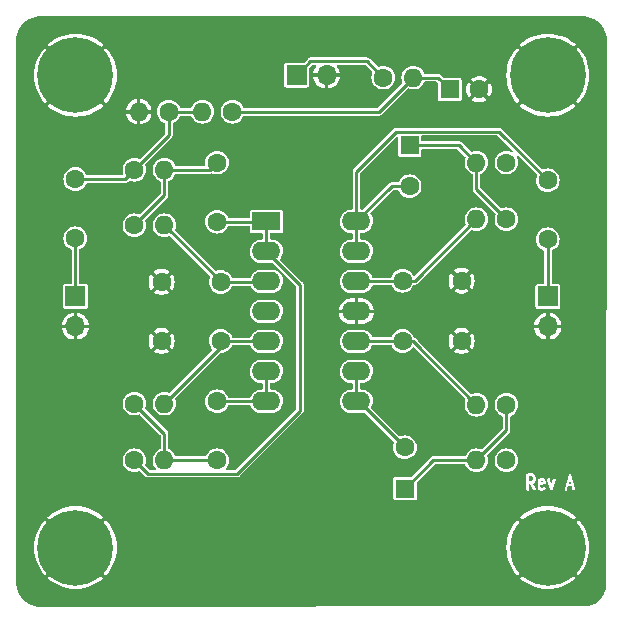
<source format=gtl>
%TF.GenerationSoftware,KiCad,Pcbnew,7.0.10-7.0.10~ubuntu22.04.1*%
%TF.CreationDate,2024-01-03T18:29:47-08:00*%
%TF.ProjectId,YamhillActiveAFFilter,59616d68-696c-46c4-9163-746976654146,A*%
%TF.SameCoordinates,Original*%
%TF.FileFunction,Copper,L1,Top*%
%TF.FilePolarity,Positive*%
%FSLAX46Y46*%
G04 Gerber Fmt 4.6, Leading zero omitted, Abs format (unit mm)*
G04 Created by KiCad (PCBNEW 7.0.10-7.0.10~ubuntu22.04.1) date 2024-01-03 18:29:47*
%MOMM*%
%LPD*%
G01*
G04 APERTURE LIST*
%ADD10C,0.250000*%
%TA.AperFunction,ComponentPad*%
%ADD11R,1.600000X1.600000*%
%TD*%
%TA.AperFunction,ComponentPad*%
%ADD12C,1.600000*%
%TD*%
%TA.AperFunction,ComponentPad*%
%ADD13O,1.600000X1.600000*%
%TD*%
%TA.AperFunction,ComponentPad*%
%ADD14R,1.700000X1.700000*%
%TD*%
%TA.AperFunction,ComponentPad*%
%ADD15O,1.700000X1.700000*%
%TD*%
%TA.AperFunction,ComponentPad*%
%ADD16C,0.800000*%
%TD*%
%TA.AperFunction,ComponentPad*%
%ADD17C,6.400000*%
%TD*%
%TA.AperFunction,ComponentPad*%
%ADD18R,2.400000X1.600000*%
%TD*%
%TA.AperFunction,ComponentPad*%
%ADD19O,2.400000X1.600000*%
%TD*%
%TA.AperFunction,ViaPad*%
%ADD20C,0.600000*%
%TD*%
%TA.AperFunction,Conductor*%
%ADD21C,0.250000*%
%TD*%
G04 APERTURE END LIST*
D10*
G36*
X144583949Y-89383316D02*
G01*
X144602629Y-89428149D01*
X144379949Y-89481593D01*
X144379949Y-89436571D01*
X144402138Y-89383316D01*
X144432429Y-89365142D01*
X144553658Y-89365142D01*
X144583949Y-89383316D01*
G37*
G36*
X143696287Y-88993576D02*
G01*
X143718256Y-89019940D01*
X143748996Y-89093714D01*
X143748996Y-89215141D01*
X143718256Y-89288915D01*
X143696287Y-89315279D01*
X143648896Y-89343714D01*
X143427568Y-89343714D01*
X143427568Y-88965142D01*
X143648896Y-88965142D01*
X143696287Y-88993576D01*
G37*
G36*
X146947637Y-89572285D02*
G01*
X146800357Y-89572285D01*
X146873997Y-89307181D01*
X146947637Y-89572285D01*
G37*
G36*
X147503746Y-90336571D02*
G01*
X143006139Y-90336571D01*
X143006139Y-90040142D01*
X143177568Y-90040142D01*
X143197411Y-90107722D01*
X143250641Y-90153846D01*
X143320357Y-90163870D01*
X143384426Y-90134611D01*
X143422505Y-90075359D01*
X143427568Y-90040142D01*
X143427568Y-89593714D01*
X143468867Y-89593714D01*
X143766023Y-90103126D01*
X143817215Y-90151501D01*
X143886435Y-90164521D01*
X143951705Y-90138052D01*
X143992303Y-90080496D01*
X143995340Y-90010129D01*
X143981968Y-89977158D01*
X143918709Y-89868714D01*
X144129949Y-89868714D01*
X144131922Y-89875436D01*
X144130693Y-89882335D01*
X144139564Y-89916791D01*
X144187183Y-90031077D01*
X144200957Y-90048097D01*
X144210663Y-90067727D01*
X144228773Y-90082468D01*
X144231492Y-90085827D01*
X144233863Y-90086610D01*
X144238257Y-90090187D01*
X144333494Y-90147329D01*
X144349057Y-90151383D01*
X144362589Y-90160079D01*
X144397806Y-90165142D01*
X144588282Y-90165142D01*
X144603713Y-90160610D01*
X144619790Y-90161106D01*
X144652593Y-90147329D01*
X144747831Y-90090187D01*
X144795572Y-90038403D01*
X144807736Y-89969028D01*
X144780464Y-89904089D01*
X144722411Y-89864204D01*
X144652012Y-89862036D01*
X144619208Y-89875813D01*
X144553659Y-89915142D01*
X144432428Y-89915142D01*
X144402138Y-89896968D01*
X144379949Y-89843713D01*
X144379949Y-89738691D01*
X144760310Y-89647405D01*
X144786018Y-89632646D01*
X144812997Y-89620326D01*
X144816222Y-89615307D01*
X144821393Y-89612339D01*
X144835041Y-89586023D01*
X144851076Y-89561074D01*
X144852262Y-89552822D01*
X144853822Y-89549815D01*
X144853379Y-89545053D01*
X144856139Y-89525857D01*
X144856139Y-89411571D01*
X144854165Y-89404848D01*
X144855395Y-89397950D01*
X144846524Y-89363494D01*
X144798905Y-89249208D01*
X144791939Y-89240601D01*
X144939473Y-89240601D01*
X144944666Y-89275799D01*
X145182761Y-90075799D01*
X145201714Y-90105053D01*
X145220364Y-90134309D01*
X145220796Y-90134508D01*
X145221057Y-90134910D01*
X145252708Y-90149224D01*
X145284324Y-90163804D01*
X145284798Y-90163737D01*
X145285233Y-90163934D01*
X145319619Y-90158861D01*
X145354077Y-90154036D01*
X145354438Y-90153724D01*
X145354912Y-90153655D01*
X145381156Y-90130745D01*
X145407476Y-90108108D01*
X145407736Y-90107542D01*
X145407973Y-90107336D01*
X145408211Y-90106513D01*
X145422375Y-90075799D01*
X145442944Y-90006687D01*
X146420224Y-90006687D01*
X146421256Y-90077112D01*
X146460199Y-90135800D01*
X146524689Y-90164117D01*
X146594252Y-90153073D01*
X146646800Y-90106175D01*
X146661104Y-90073597D01*
X146730913Y-89822285D01*
X147017081Y-89822285D01*
X147086890Y-90073597D01*
X147124097Y-90133401D01*
X147187730Y-90163596D01*
X147257585Y-90154595D01*
X147311486Y-90109256D01*
X147332317Y-90041974D01*
X147327770Y-90006687D01*
X146994437Y-88806687D01*
X146993432Y-88805073D01*
X146993405Y-88803172D01*
X146974899Y-88775284D01*
X146957230Y-88746883D01*
X146955513Y-88746068D01*
X146954462Y-88744484D01*
X146923820Y-88731029D01*
X146893597Y-88716688D01*
X146891711Y-88716930D01*
X146889972Y-88716167D01*
X146856936Y-88721411D01*
X146823742Y-88725689D01*
X146822287Y-88726912D01*
X146820409Y-88727211D01*
X146795439Y-88749495D01*
X146769841Y-88771028D01*
X146769278Y-88772843D01*
X146767861Y-88774109D01*
X146753557Y-88806687D01*
X146420224Y-90006687D01*
X145442944Y-90006687D01*
X145660469Y-89275799D01*
X145660728Y-89205366D01*
X145622867Y-89145975D01*
X145558907Y-89116480D01*
X145489154Y-89126248D01*
X145435755Y-89172176D01*
X145420856Y-89204485D01*
X145302567Y-89601933D01*
X145184280Y-89204485D01*
X145145984Y-89145373D01*
X145081808Y-89116350D01*
X145012129Y-89126629D01*
X144959068Y-89172948D01*
X144939473Y-89240601D01*
X144791939Y-89240601D01*
X144785131Y-89232188D01*
X144775426Y-89212559D01*
X144757312Y-89197815D01*
X144754596Y-89194459D01*
X144752226Y-89193675D01*
X144747832Y-89190099D01*
X144652594Y-89132955D01*
X144637029Y-89128900D01*
X144623499Y-89120205D01*
X144588282Y-89115142D01*
X144397806Y-89115142D01*
X144382374Y-89119672D01*
X144366297Y-89119178D01*
X144333494Y-89132955D01*
X144238256Y-89190098D01*
X144223415Y-89206195D01*
X144205402Y-89218647D01*
X144193441Y-89238709D01*
X144190516Y-89241883D01*
X144190085Y-89244339D01*
X144187183Y-89249208D01*
X144139564Y-89363494D01*
X144138800Y-89370459D01*
X144135012Y-89376354D01*
X144129949Y-89411571D01*
X144129949Y-89868714D01*
X143918709Y-89868714D01*
X143747883Y-89575870D01*
X143843070Y-89518757D01*
X143845262Y-89516378D01*
X143848351Y-89515407D01*
X143874786Y-89491594D01*
X143922405Y-89434451D01*
X143922776Y-89433595D01*
X143923543Y-89433065D01*
X143941762Y-89402505D01*
X143989381Y-89288219D01*
X143990144Y-89281253D01*
X143993933Y-89275359D01*
X143998996Y-89240142D01*
X143998996Y-89068714D01*
X143997022Y-89061991D01*
X143998252Y-89055093D01*
X143989381Y-89020637D01*
X143941762Y-88906351D01*
X143941174Y-88905625D01*
X143941060Y-88904701D01*
X143922405Y-88874405D01*
X143874786Y-88817262D01*
X143872098Y-88815460D01*
X143870664Y-88812559D01*
X143843070Y-88790099D01*
X143747832Y-88732955D01*
X143732267Y-88728900D01*
X143718737Y-88720205D01*
X143683520Y-88715142D01*
X143302568Y-88715142D01*
X143293812Y-88717712D01*
X143284779Y-88716414D01*
X143260546Y-88727480D01*
X143234988Y-88734985D01*
X143229012Y-88741881D01*
X143220710Y-88745673D01*
X143206306Y-88768085D01*
X143188864Y-88788215D01*
X143187565Y-88797247D01*
X143182631Y-88804925D01*
X143177568Y-88840142D01*
X143177568Y-90040142D01*
X143006139Y-90040142D01*
X143006139Y-88543713D01*
X147503746Y-88543713D01*
X147503746Y-90336571D01*
G37*
D11*
%TO.P,C4,1*%
%TO.N,Net-(U1A-V+)*%
X136700000Y-56200000D03*
D12*
%TO.P,C4,2*%
%TO.N,GND*%
X139200000Y-56200000D03*
%TD*%
D11*
%TO.P,C10,1*%
%TO.N,Net-(C10-Pad1)*%
X133300000Y-60900000D03*
D12*
%TO.P,C10,2*%
%TO.N,Net-(U1D--)*%
X133300000Y-64400000D03*
%TD*%
%TO.P,C6,1*%
%TO.N,Net-(C6-Pad1)*%
X117000000Y-87600000D03*
%TO.P,C6,2*%
%TO.N,Net-(U1B--)*%
X117000000Y-82600000D03*
%TD*%
%TO.P,R1,1*%
%TO.N,Net-(U1A-V+)*%
X118300000Y-58100000D03*
D13*
%TO.P,R1,2*%
%TO.N,Net-(C1-Pad2)*%
X115760000Y-58100000D03*
%TD*%
D12*
%TO.P,C11,1*%
%TO.N,Net-(U1D--)*%
X145000000Y-63900000D03*
%TO.P,C11,2*%
%TO.N,Net-(J3-Pin_1)*%
X145000000Y-68900000D03*
%TD*%
%TO.P,C5,1*%
%TO.N,Net-(U1B-+)*%
X117300000Y-77500000D03*
%TO.P,C5,2*%
%TO.N,GND*%
X112300000Y-77500000D03*
%TD*%
%TO.P,C9,1*%
%TO.N,Net-(U1D-+)*%
X132700000Y-72400000D03*
%TO.P,C9,2*%
%TO.N,GND*%
X137700000Y-72400000D03*
%TD*%
%TO.P,R8,1*%
%TO.N,Net-(U1B--)*%
X141500000Y-87600000D03*
D13*
%TO.P,R8,2*%
%TO.N,Net-(C8-Pad1)*%
X138960000Y-87600000D03*
%TD*%
D14*
%TO.P,J3,1,Pin_1*%
%TO.N,Net-(J3-Pin_1)*%
X145000000Y-73725000D03*
D15*
%TO.P,J3,2,Pin_2*%
%TO.N,GND*%
X145000000Y-76265000D03*
%TD*%
D12*
%TO.P,R4,1*%
%TO.N,Net-(C3-Pad1)*%
X110000000Y-67700000D03*
D13*
%TO.P,R4,2*%
%TO.N,Net-(U1A-+)*%
X112540000Y-67700000D03*
%TD*%
D12*
%TO.P,R7,1*%
%TO.N,Net-(C6-Pad1)*%
X110000000Y-82800000D03*
D13*
%TO.P,R7,2*%
%TO.N,Net-(U1B-+)*%
X112540000Y-82800000D03*
%TD*%
D16*
%TO.P,H1,1,1*%
%TO.N,GND*%
X102600000Y-55000000D03*
X103302944Y-53302944D03*
X103302944Y-56697056D03*
X105000000Y-52600000D03*
D17*
X105000000Y-55000000D03*
D16*
X105000000Y-57400000D03*
X106697056Y-53302944D03*
X106697056Y-56697056D03*
X107400000Y-55000000D03*
%TD*%
D14*
%TO.P,J2,1,Pin_1*%
%TO.N,Net-(J2-Pin_1)*%
X123725000Y-55000000D03*
D15*
%TO.P,J2,2,Pin_2*%
%TO.N,GND*%
X126265000Y-55000000D03*
%TD*%
D12*
%TO.P,R10,1*%
%TO.N,Net-(U1C--)*%
X141500000Y-62400000D03*
D13*
%TO.P,R10,2*%
%TO.N,Net-(C10-Pad1)*%
X138960000Y-62400000D03*
%TD*%
D12*
%TO.P,C2,1*%
%TO.N,Net-(U1A-+)*%
X117300000Y-72500000D03*
%TO.P,C2,2*%
%TO.N,GND*%
X112300000Y-72500000D03*
%TD*%
%TO.P,R3,1*%
%TO.N,Net-(C1-Pad2)*%
X110000000Y-63000000D03*
D13*
%TO.P,R3,2*%
%TO.N,Net-(C3-Pad1)*%
X112540000Y-63000000D03*
%TD*%
D16*
%TO.P,H4,1,1*%
%TO.N,GND*%
X142600000Y-55000000D03*
X143302944Y-53302944D03*
X143302944Y-56697056D03*
X145000000Y-52600000D03*
D17*
X145000000Y-55000000D03*
D16*
X145000000Y-57400000D03*
X146697056Y-53302944D03*
X146697056Y-56697056D03*
X147400000Y-55000000D03*
%TD*%
D12*
%TO.P,R6,1*%
%TO.N,Net-(U1A--)*%
X110000000Y-87600000D03*
D13*
%TO.P,R6,2*%
%TO.N,Net-(C6-Pad1)*%
X112540000Y-87600000D03*
%TD*%
D12*
%TO.P,R9,1*%
%TO.N,Net-(C8-Pad1)*%
X141500000Y-82900000D03*
D13*
%TO.P,R9,2*%
%TO.N,Net-(U1C-+)*%
X138960000Y-82900000D03*
%TD*%
D12*
%TO.P,R11,1*%
%TO.N,Net-(C10-Pad1)*%
X141500000Y-67200000D03*
D13*
%TO.P,R11,2*%
%TO.N,Net-(U1D-+)*%
X138960000Y-67200000D03*
%TD*%
D16*
%TO.P,H3,1,1*%
%TO.N,GND*%
X142600000Y-95000000D03*
X143302944Y-93302944D03*
X143302944Y-96697056D03*
X145000000Y-92600000D03*
D17*
X145000000Y-95000000D03*
D16*
X145000000Y-97400000D03*
X146697056Y-93302944D03*
X146697056Y-96697056D03*
X147400000Y-95000000D03*
%TD*%
%TO.P,H2,1,1*%
%TO.N,GND*%
X102600000Y-95000000D03*
X103302944Y-93302944D03*
X103302944Y-96697056D03*
X105000000Y-92600000D03*
D17*
X105000000Y-95000000D03*
D16*
X105000000Y-97400000D03*
X106697056Y-93302944D03*
X106697056Y-96697056D03*
X107400000Y-95000000D03*
%TD*%
D11*
%TO.P,C8,1*%
%TO.N,Net-(C8-Pad1)*%
X132900000Y-90000000D03*
D12*
%TO.P,C8,2*%
%TO.N,Net-(U1C--)*%
X132900000Y-86500000D03*
%TD*%
%TO.P,C7,1*%
%TO.N,Net-(U1C-+)*%
X132700000Y-77500000D03*
%TO.P,C7,2*%
%TO.N,GND*%
X137700000Y-77500000D03*
%TD*%
%TO.P,C3,1*%
%TO.N,Net-(C3-Pad1)*%
X117000000Y-62400000D03*
%TO.P,C3,2*%
%TO.N,Net-(U1A--)*%
X117000000Y-67400000D03*
%TD*%
D14*
%TO.P,J1,1,Pin_1*%
%TO.N,Net-(J1-Pin_1)*%
X105000000Y-73725000D03*
D15*
%TO.P,J1,2,Pin_2*%
%TO.N,GND*%
X105000000Y-76265000D03*
%TD*%
D12*
%TO.P,R5,1*%
%TO.N,Net-(J2-Pin_1)*%
X131060000Y-55200000D03*
D13*
%TO.P,R5,2*%
%TO.N,Net-(U1A-V+)*%
X133600000Y-55200000D03*
%TD*%
D12*
%TO.P,R2,1*%
%TO.N,Net-(C1-Pad2)*%
X112900000Y-58100000D03*
D13*
%TO.P,R2,2*%
%TO.N,GND*%
X110360000Y-58100000D03*
%TD*%
D18*
%TO.P,U1,1*%
%TO.N,Net-(U1A--)*%
X121175000Y-67375000D03*
D19*
%TO.P,U1,2,-*%
X121175000Y-69915000D03*
%TO.P,U1,3,+*%
%TO.N,Net-(U1A-+)*%
X121175000Y-72455000D03*
%TO.P,U1,4,V+*%
%TO.N,Net-(U1A-V+)*%
X121175000Y-74995000D03*
%TO.P,U1,5,+*%
%TO.N,Net-(U1B-+)*%
X121175000Y-77535000D03*
%TO.P,U1,6,-*%
%TO.N,Net-(U1B--)*%
X121175000Y-80075000D03*
%TO.P,U1,7*%
X121175000Y-82615000D03*
%TO.P,U1,8*%
%TO.N,Net-(U1C--)*%
X128795000Y-82615000D03*
%TO.P,U1,9,-*%
X128795000Y-80075000D03*
%TO.P,U1,10,+*%
%TO.N,Net-(U1C-+)*%
X128795000Y-77535000D03*
%TO.P,U1,11,V-*%
%TO.N,GND*%
X128795000Y-74995000D03*
%TO.P,U1,12,+*%
%TO.N,Net-(U1D-+)*%
X128795000Y-72455000D03*
%TO.P,U1,13,-*%
%TO.N,Net-(U1D--)*%
X128795000Y-69915000D03*
%TO.P,U1,14*%
X128795000Y-67375000D03*
%TD*%
D12*
%TO.P,C1,1*%
%TO.N,Net-(J1-Pin_1)*%
X105000000Y-68800000D03*
%TO.P,C1,2*%
%TO.N,Net-(C1-Pad2)*%
X105000000Y-63800000D03*
%TD*%
D20*
%TO.N,GND*%
X122000000Y-99000000D03*
X142000000Y-99000000D03*
X149000000Y-87000000D03*
X147000000Y-51000000D03*
X101000000Y-87000000D03*
X149000000Y-77000000D03*
X101000000Y-72000000D03*
X122000000Y-51000000D03*
X112000000Y-99000000D03*
X142000000Y-51000000D03*
X127000000Y-51000000D03*
X149000000Y-67000000D03*
X149000000Y-97000000D03*
X149000000Y-52000000D03*
X149000000Y-82000000D03*
X101000000Y-57000000D03*
X101000000Y-52000000D03*
X107000000Y-99000000D03*
X132000000Y-51000000D03*
X117000000Y-51000000D03*
X127000000Y-99000000D03*
X102000000Y-51000000D03*
X149000000Y-72000000D03*
X137000000Y-99000000D03*
X101000000Y-62000000D03*
X101000000Y-67000000D03*
X112000000Y-51000000D03*
X107000000Y-51000000D03*
X149000000Y-62000000D03*
X149000000Y-57000000D03*
X137000000Y-51000000D03*
X101000000Y-82000000D03*
X149000000Y-92000000D03*
X132000000Y-99000000D03*
X101000000Y-97000000D03*
X102000000Y-99000000D03*
X147000000Y-99000000D03*
X101000000Y-92000000D03*
X101000000Y-77000000D03*
X117000000Y-99000000D03*
%TD*%
D21*
%TO.N,Net-(J1-Pin_1)*%
X105000000Y-73725000D02*
X105000000Y-68800000D01*
%TO.N,Net-(C1-Pad2)*%
X112900000Y-58100000D02*
X112900000Y-60100000D01*
X109200001Y-63799999D02*
X110000000Y-63000000D01*
X115760000Y-58100000D02*
X112900000Y-58100000D01*
X112900000Y-60100000D02*
X110000000Y-63000000D01*
X105000000Y-63800000D02*
X109200001Y-63799999D01*
%TO.N,Net-(U1A-+)*%
X117300000Y-72500000D02*
X121130000Y-72500000D01*
X117300000Y-72460000D02*
X117300000Y-72500000D01*
X112540000Y-67700000D02*
X117300000Y-72460000D01*
X121130000Y-72500000D02*
X121175000Y-72455000D01*
%TO.N,Net-(C3-Pad1)*%
X116400000Y-63000000D02*
X117000000Y-62400000D01*
X112540000Y-63000000D02*
X112540000Y-65160000D01*
X112540000Y-63000000D02*
X116400000Y-63000000D01*
X112540000Y-65160000D02*
X110000000Y-67700000D01*
%TO.N,Net-(U1A--)*%
X124000000Y-83400000D02*
X124000000Y-72740000D01*
X121175000Y-67375000D02*
X121175000Y-69915000D01*
X110000000Y-87600000D02*
X111125000Y-88725000D01*
X111125000Y-88725000D02*
X118675000Y-88725000D01*
X118675000Y-88725000D02*
X124000000Y-83400000D01*
X117000000Y-67400000D02*
X121150000Y-67400000D01*
X124000000Y-72740000D02*
X121175000Y-69915000D01*
X121150000Y-67400000D02*
X121175000Y-67375000D01*
%TO.N,Net-(U1A-V+)*%
X135700000Y-55200000D02*
X136700000Y-56200000D01*
X133600000Y-55200000D02*
X130700000Y-58100000D01*
X133600000Y-55200000D02*
X135700000Y-55200000D01*
X130700000Y-58100000D02*
X118300000Y-58100000D01*
%TO.N,Net-(U1B-+)*%
X117300000Y-78040000D02*
X117300000Y-77500000D01*
X121175000Y-77535000D02*
X117335000Y-77535000D01*
X112540000Y-82800000D02*
X117300000Y-78040000D01*
X117335000Y-77535000D02*
X117300000Y-77500000D01*
%TO.N,Net-(C6-Pad1)*%
X112540000Y-85340000D02*
X110000000Y-82800000D01*
X117000000Y-87600000D02*
X112540000Y-87600000D01*
X112540000Y-87600000D02*
X112540000Y-85340000D01*
%TO.N,Net-(U1B--)*%
X121175000Y-80075000D02*
X121175000Y-82615000D01*
X117015000Y-82615000D02*
X117000000Y-82600000D01*
X121175000Y-82615000D02*
X117015000Y-82615000D01*
%TO.N,Net-(U1C-+)*%
X132700000Y-77500000D02*
X128830000Y-77500000D01*
X128830000Y-77500000D02*
X128795000Y-77535000D01*
X138960000Y-82900000D02*
X133560000Y-77500000D01*
X133560000Y-77500000D02*
X132700000Y-77500000D01*
%TO.N,Net-(C8-Pad1)*%
X135300000Y-87600000D02*
X132900000Y-90000000D01*
X141500000Y-82900000D02*
X141500000Y-85060000D01*
X141500000Y-85060000D02*
X138960000Y-87600000D01*
X138960000Y-87600000D02*
X135300000Y-87600000D01*
%TO.N,Net-(U1C--)*%
X128810000Y-82600000D02*
X128795000Y-82615000D01*
X132900000Y-86500000D02*
X129015000Y-82615000D01*
X129015000Y-82615000D02*
X128795000Y-82615000D01*
X128795000Y-80075000D02*
X128795000Y-82615000D01*
%TO.N,Net-(U1D-+)*%
X133760000Y-72400000D02*
X132700000Y-72400000D01*
X132645000Y-72455000D02*
X132700000Y-72400000D01*
X128795000Y-72455000D02*
X132645000Y-72455000D01*
X138960000Y-67200000D02*
X133760000Y-72400000D01*
%TO.N,Net-(C10-Pad1)*%
X137460000Y-60900000D02*
X138960000Y-62400000D01*
X133300000Y-60900000D02*
X137460000Y-60900000D01*
X138960000Y-62400000D02*
X138960000Y-64660000D01*
X138960000Y-64660000D02*
X141500000Y-67200000D01*
%TO.N,Net-(U1D--)*%
X133300000Y-64400000D02*
X131770000Y-64400000D01*
X131770000Y-64400000D02*
X128795000Y-67375000D01*
X132175000Y-59775000D02*
X128795000Y-63155000D01*
X128795000Y-63155000D02*
X128795000Y-67375000D01*
X140875000Y-59775000D02*
X132175000Y-59775000D01*
X128795000Y-67375000D02*
X128795000Y-69915000D01*
X145000000Y-63900000D02*
X140875000Y-59775000D01*
%TO.N,Net-(J3-Pin_1)*%
X145000000Y-68900000D02*
X145000000Y-73725000D01*
%TO.N,Net-(J2-Pin_1)*%
X129685000Y-53825000D02*
X131060000Y-55200000D01*
X123725000Y-55000000D02*
X124900000Y-53825000D01*
X124900000Y-53825000D02*
X129685000Y-53825000D01*
%TD*%
%TA.AperFunction,Conductor*%
%TO.N,GND*%
G36*
X106661385Y-96449253D02*
G01*
X106599511Y-96461561D01*
X106516816Y-96516816D01*
X106461561Y-96599511D01*
X106449253Y-96661385D01*
X106020456Y-96232588D01*
X106134870Y-96134870D01*
X106232588Y-96020456D01*
X106661385Y-96449253D01*
G37*
%TD.AperFunction*%
%TA.AperFunction,Conductor*%
G36*
X103865130Y-96134870D02*
G01*
X103979543Y-96232587D01*
X103550746Y-96661384D01*
X103538439Y-96599511D01*
X103483184Y-96516816D01*
X103400489Y-96461561D01*
X103338613Y-96449253D01*
X103767411Y-96020455D01*
X103865130Y-96134870D01*
G37*
%TD.AperFunction*%
%TA.AperFunction,Conductor*%
G36*
X103979544Y-93767411D02*
G01*
X103865130Y-93865130D01*
X103767411Y-93979544D01*
X103338613Y-93550746D01*
X103400489Y-93538439D01*
X103483184Y-93483184D01*
X103538439Y-93400489D01*
X103550746Y-93338613D01*
X103979544Y-93767411D01*
G37*
%TD.AperFunction*%
%TA.AperFunction,Conductor*%
G36*
X106461561Y-93400489D02*
G01*
X106516816Y-93483184D01*
X106599511Y-93538439D01*
X106661384Y-93550746D01*
X106232587Y-93979543D01*
X106134870Y-93865130D01*
X106020455Y-93767411D01*
X106449253Y-93338613D01*
X106461561Y-93400489D01*
G37*
%TD.AperFunction*%
%TA.AperFunction,Conductor*%
G36*
X146661385Y-96449253D02*
G01*
X146599511Y-96461561D01*
X146516816Y-96516816D01*
X146461561Y-96599511D01*
X146449253Y-96661385D01*
X146020456Y-96232588D01*
X146134870Y-96134870D01*
X146232588Y-96020456D01*
X146661385Y-96449253D01*
G37*
%TD.AperFunction*%
%TA.AperFunction,Conductor*%
G36*
X143865130Y-96134870D02*
G01*
X143979543Y-96232587D01*
X143550746Y-96661384D01*
X143538439Y-96599511D01*
X143483184Y-96516816D01*
X143400489Y-96461561D01*
X143338613Y-96449253D01*
X143767411Y-96020455D01*
X143865130Y-96134870D01*
G37*
%TD.AperFunction*%
%TA.AperFunction,Conductor*%
G36*
X143979544Y-93767411D02*
G01*
X143865130Y-93865130D01*
X143767411Y-93979544D01*
X143338613Y-93550746D01*
X143400489Y-93538439D01*
X143483184Y-93483184D01*
X143538439Y-93400489D01*
X143550746Y-93338613D01*
X143979544Y-93767411D01*
G37*
%TD.AperFunction*%
%TA.AperFunction,Conductor*%
G36*
X146461561Y-93400489D02*
G01*
X146516816Y-93483184D01*
X146599511Y-93538439D01*
X146661384Y-93550746D01*
X146232587Y-93979543D01*
X146134870Y-93865130D01*
X146020455Y-93767411D01*
X146449253Y-93338613D01*
X146461561Y-93400489D01*
G37*
%TD.AperFunction*%
%TA.AperFunction,Conductor*%
G36*
X106661385Y-56449253D02*
G01*
X106599511Y-56461561D01*
X106516816Y-56516816D01*
X106461561Y-56599511D01*
X106449253Y-56661385D01*
X106020456Y-56232588D01*
X106134870Y-56134870D01*
X106232588Y-56020456D01*
X106661385Y-56449253D01*
G37*
%TD.AperFunction*%
%TA.AperFunction,Conductor*%
G36*
X103865130Y-56134870D02*
G01*
X103979543Y-56232587D01*
X103550746Y-56661384D01*
X103538439Y-56599511D01*
X103483184Y-56516816D01*
X103400489Y-56461561D01*
X103338613Y-56449253D01*
X103767411Y-56020455D01*
X103865130Y-56134870D01*
G37*
%TD.AperFunction*%
%TA.AperFunction,Conductor*%
G36*
X103979544Y-53767411D02*
G01*
X103865130Y-53865130D01*
X103767411Y-53979544D01*
X103338613Y-53550746D01*
X103400489Y-53538439D01*
X103483184Y-53483184D01*
X103538439Y-53400489D01*
X103550746Y-53338613D01*
X103979544Y-53767411D01*
G37*
%TD.AperFunction*%
%TA.AperFunction,Conductor*%
G36*
X106461561Y-53400489D02*
G01*
X106516816Y-53483184D01*
X106599511Y-53538439D01*
X106661384Y-53550746D01*
X106232587Y-53979543D01*
X106134870Y-53865130D01*
X106020455Y-53767411D01*
X106449253Y-53338613D01*
X106461561Y-53400489D01*
G37*
%TD.AperFunction*%
%TA.AperFunction,Conductor*%
G36*
X146661385Y-56449253D02*
G01*
X146599511Y-56461561D01*
X146516816Y-56516816D01*
X146461561Y-56599511D01*
X146449253Y-56661385D01*
X146020456Y-56232588D01*
X146134870Y-56134870D01*
X146232588Y-56020456D01*
X146661385Y-56449253D01*
G37*
%TD.AperFunction*%
%TA.AperFunction,Conductor*%
G36*
X143865130Y-56134870D02*
G01*
X143979543Y-56232587D01*
X143550746Y-56661384D01*
X143538439Y-56599511D01*
X143483184Y-56516816D01*
X143400489Y-56461561D01*
X143338613Y-56449253D01*
X143767411Y-56020455D01*
X143865130Y-56134870D01*
G37*
%TD.AperFunction*%
%TA.AperFunction,Conductor*%
G36*
X143979544Y-53767411D02*
G01*
X143865130Y-53865130D01*
X143767411Y-53979544D01*
X143338613Y-53550746D01*
X143400489Y-53538439D01*
X143483184Y-53483184D01*
X143538439Y-53400489D01*
X143550746Y-53338613D01*
X143979544Y-53767411D01*
G37*
%TD.AperFunction*%
%TA.AperFunction,Conductor*%
G36*
X146461561Y-53400489D02*
G01*
X146516816Y-53483184D01*
X146599511Y-53538439D01*
X146661384Y-53550746D01*
X146232587Y-53979543D01*
X146134870Y-53865130D01*
X146020455Y-53767411D01*
X146449253Y-53338613D01*
X146461561Y-53400489D01*
G37*
%TD.AperFunction*%
%TA.AperFunction,Conductor*%
G36*
X124666055Y-50000948D02*
G01*
X124887981Y-50001067D01*
X124888183Y-50001067D01*
X124888222Y-50001081D01*
X124888223Y-50001068D01*
X136272024Y-50013226D01*
X148177832Y-50025943D01*
X148185686Y-50026370D01*
X148430663Y-50052841D01*
X148443547Y-50055409D01*
X148681984Y-50125420D01*
X148686985Y-50127085D01*
X148694671Y-50129952D01*
X148699540Y-50131968D01*
X148951239Y-50246914D01*
X148960503Y-50251973D01*
X149191047Y-50400134D01*
X149199500Y-50406462D01*
X149406610Y-50585924D01*
X149414075Y-50593389D01*
X149593537Y-50800499D01*
X149599865Y-50808952D01*
X149748026Y-51039496D01*
X149753086Y-51048762D01*
X149868031Y-51300457D01*
X149870052Y-51305337D01*
X149874513Y-51317297D01*
X149876181Y-51322310D01*
X149943606Y-51551939D01*
X149946180Y-51564880D01*
X149971523Y-51800717D01*
X149971947Y-51808632D01*
X149966958Y-98226211D01*
X149966534Y-98234117D01*
X149943675Y-98446643D01*
X149941102Y-98459577D01*
X149880306Y-98666630D01*
X149878637Y-98671643D01*
X149870048Y-98694670D01*
X149868027Y-98699550D01*
X149753086Y-98951237D01*
X149748026Y-98960503D01*
X149599865Y-99191047D01*
X149593537Y-99199500D01*
X149414075Y-99406610D01*
X149406610Y-99414075D01*
X149199500Y-99593537D01*
X149191047Y-99599865D01*
X148960503Y-99748026D01*
X148951237Y-99753086D01*
X148699542Y-99868031D01*
X148694661Y-99870052D01*
X148673641Y-99877892D01*
X148668648Y-99879554D01*
X148457480Y-99941558D01*
X148444571Y-99944128D01*
X148227805Y-99967505D01*
X148219920Y-99967932D01*
X102116357Y-99998592D01*
X102113691Y-99998546D01*
X101852439Y-99989302D01*
X101844525Y-99988595D01*
X101587590Y-99951653D01*
X101582391Y-99950715D01*
X101580668Y-99950340D01*
X101578542Y-99949877D01*
X101573430Y-99948572D01*
X101307930Y-99870614D01*
X101298038Y-99866925D01*
X101048763Y-99753086D01*
X101039496Y-99748026D01*
X100808952Y-99599865D01*
X100800499Y-99593537D01*
X100593389Y-99414075D01*
X100585924Y-99406610D01*
X100406462Y-99199500D01*
X100400134Y-99191047D01*
X100251973Y-98960503D01*
X100246913Y-98951236D01*
X100133074Y-98701961D01*
X100129385Y-98692069D01*
X100052175Y-98429116D01*
X100049930Y-98418799D01*
X100037632Y-98333264D01*
X100010742Y-98146234D01*
X100010037Y-98138350D01*
X100000547Y-97872635D01*
X100000500Y-97869994D01*
X100000500Y-95000000D01*
X101495197Y-95000000D01*
X101514397Y-95366355D01*
X101514397Y-95366356D01*
X101571783Y-95728683D01*
X101666735Y-96083046D01*
X101798201Y-96425527D01*
X101798205Y-96425538D01*
X101964746Y-96752393D01*
X102164556Y-97060073D01*
X102395426Y-97345173D01*
X102419060Y-97368807D01*
X103055141Y-96732725D01*
X103067449Y-96794601D01*
X103122704Y-96877296D01*
X103205399Y-96932551D01*
X103267272Y-96944858D01*
X102631192Y-97580939D01*
X102654826Y-97604573D01*
X102939926Y-97835443D01*
X103247606Y-98035253D01*
X103574461Y-98201794D01*
X103574472Y-98201798D01*
X103916953Y-98333264D01*
X104271316Y-98428216D01*
X104633643Y-98485602D01*
X105000000Y-98504802D01*
X105366355Y-98485602D01*
X105366356Y-98485602D01*
X105728683Y-98428216D01*
X106083046Y-98333264D01*
X106425527Y-98201798D01*
X106425538Y-98201794D01*
X106752393Y-98035253D01*
X107060073Y-97835443D01*
X107345173Y-97604573D01*
X107368806Y-97580938D01*
X106732726Y-96944858D01*
X106794601Y-96932551D01*
X106877296Y-96877296D01*
X106932551Y-96794601D01*
X106944858Y-96732726D01*
X107580938Y-97368806D01*
X107604573Y-97345173D01*
X107835443Y-97060073D01*
X108035253Y-96752393D01*
X108201794Y-96425538D01*
X108201798Y-96425527D01*
X108333264Y-96083046D01*
X108428216Y-95728683D01*
X108485602Y-95366356D01*
X108485602Y-95366355D01*
X108504802Y-95000000D01*
X141495197Y-95000000D01*
X141514397Y-95366355D01*
X141514397Y-95366356D01*
X141571783Y-95728683D01*
X141666735Y-96083046D01*
X141798201Y-96425527D01*
X141798205Y-96425538D01*
X141964746Y-96752393D01*
X142164556Y-97060073D01*
X142395426Y-97345173D01*
X142419060Y-97368807D01*
X143055141Y-96732725D01*
X143067449Y-96794601D01*
X143122704Y-96877296D01*
X143205399Y-96932551D01*
X143267272Y-96944858D01*
X142631192Y-97580939D01*
X142654826Y-97604573D01*
X142939926Y-97835443D01*
X143247606Y-98035253D01*
X143574461Y-98201794D01*
X143574472Y-98201798D01*
X143916953Y-98333264D01*
X144271316Y-98428216D01*
X144633643Y-98485602D01*
X145000000Y-98504802D01*
X145366355Y-98485602D01*
X145366356Y-98485602D01*
X145728683Y-98428216D01*
X146083046Y-98333264D01*
X146425527Y-98201798D01*
X146425538Y-98201794D01*
X146752393Y-98035253D01*
X147060073Y-97835443D01*
X147345173Y-97604573D01*
X147368806Y-97580938D01*
X146732726Y-96944858D01*
X146794601Y-96932551D01*
X146877296Y-96877296D01*
X146932551Y-96794601D01*
X146944858Y-96732726D01*
X147580938Y-97368806D01*
X147604573Y-97345173D01*
X147835443Y-97060073D01*
X148035253Y-96752393D01*
X148201794Y-96425538D01*
X148201798Y-96425527D01*
X148333264Y-96083046D01*
X148428216Y-95728683D01*
X148485602Y-95366356D01*
X148485602Y-95366355D01*
X148504802Y-95000000D01*
X148485602Y-94633644D01*
X148485602Y-94633643D01*
X148428216Y-94271316D01*
X148333264Y-93916953D01*
X148201794Y-93574461D01*
X148201791Y-93574456D01*
X148035253Y-93247607D01*
X147835443Y-92939926D01*
X147604573Y-92654826D01*
X147580939Y-92631192D01*
X146944858Y-93267272D01*
X146932551Y-93205399D01*
X146877296Y-93122704D01*
X146794601Y-93067449D01*
X146732725Y-93055141D01*
X147368807Y-92419060D01*
X147345173Y-92395426D01*
X147060073Y-92164556D01*
X146752393Y-91964746D01*
X146425538Y-91798205D01*
X146425527Y-91798201D01*
X146083046Y-91666735D01*
X145728683Y-91571783D01*
X145366356Y-91514397D01*
X145000000Y-91495197D01*
X144633644Y-91514397D01*
X144633643Y-91514397D01*
X144271316Y-91571783D01*
X143916953Y-91666735D01*
X143574461Y-91798205D01*
X143574456Y-91798208D01*
X143247607Y-91964746D01*
X142939926Y-92164556D01*
X142654827Y-92395425D01*
X142631192Y-92419059D01*
X143267274Y-93055141D01*
X143205399Y-93067449D01*
X143122704Y-93122704D01*
X143067449Y-93205399D01*
X143055141Y-93267274D01*
X142419059Y-92631192D01*
X142395425Y-92654827D01*
X142164556Y-92939926D01*
X141964746Y-93247607D01*
X141798208Y-93574456D01*
X141798205Y-93574461D01*
X141666735Y-93916953D01*
X141571783Y-94271316D01*
X141514397Y-94633643D01*
X141514397Y-94633644D01*
X141495197Y-95000000D01*
X108504802Y-95000000D01*
X108485602Y-94633644D01*
X108485602Y-94633643D01*
X108428216Y-94271316D01*
X108333264Y-93916953D01*
X108201794Y-93574461D01*
X108201791Y-93574456D01*
X108035253Y-93247607D01*
X107835443Y-92939926D01*
X107604573Y-92654826D01*
X107580939Y-92631192D01*
X106944858Y-93267272D01*
X106932551Y-93205399D01*
X106877296Y-93122704D01*
X106794601Y-93067449D01*
X106732725Y-93055141D01*
X107368807Y-92419060D01*
X107345173Y-92395426D01*
X107060073Y-92164556D01*
X106752393Y-91964746D01*
X106425538Y-91798205D01*
X106425527Y-91798201D01*
X106083046Y-91666735D01*
X105728683Y-91571783D01*
X105366356Y-91514397D01*
X105000000Y-91495197D01*
X104633644Y-91514397D01*
X104633643Y-91514397D01*
X104271316Y-91571783D01*
X103916953Y-91666735D01*
X103574461Y-91798205D01*
X103574456Y-91798208D01*
X103247607Y-91964746D01*
X102939926Y-92164556D01*
X102654827Y-92395425D01*
X102631192Y-92419059D01*
X103267274Y-93055141D01*
X103205399Y-93067449D01*
X103122704Y-93122704D01*
X103067449Y-93205399D01*
X103055141Y-93267274D01*
X102419059Y-92631192D01*
X102395425Y-92654827D01*
X102164556Y-92939926D01*
X101964746Y-93247607D01*
X101798208Y-93574456D01*
X101798205Y-93574461D01*
X101666735Y-93916953D01*
X101571783Y-94271316D01*
X101514397Y-94633643D01*
X101514397Y-94633644D01*
X101495197Y-95000000D01*
X100000500Y-95000000D01*
X100000500Y-90819746D01*
X131899500Y-90819746D01*
X131911133Y-90878232D01*
X131940608Y-90922343D01*
X131955448Y-90944552D01*
X131999560Y-90974027D01*
X132021767Y-90988866D01*
X132021768Y-90988866D01*
X132021769Y-90988867D01*
X132080252Y-91000500D01*
X132080254Y-91000500D01*
X133719746Y-91000500D01*
X133719748Y-91000500D01*
X133778231Y-90988867D01*
X133844552Y-90944552D01*
X133888867Y-90878231D01*
X133900500Y-90819748D01*
X133900500Y-89490478D01*
X133917813Y-89442912D01*
X133922174Y-89438152D01*
X135413152Y-87947174D01*
X135459028Y-87925782D01*
X135465478Y-87925500D01*
X137958338Y-87925500D01*
X138005904Y-87942813D01*
X138029151Y-87978018D01*
X138031185Y-87984725D01*
X138031187Y-87984730D01*
X138114554Y-88140698D01*
X138124090Y-88158538D01*
X138249117Y-88310883D01*
X138401462Y-88435910D01*
X138478426Y-88477048D01*
X138575268Y-88528812D01*
X138575270Y-88528812D01*
X138575273Y-88528814D01*
X138763868Y-88586024D01*
X138960000Y-88605341D01*
X139156132Y-88586024D01*
X139344727Y-88528814D01*
X139350909Y-88525510D01*
X139399313Y-88499637D01*
X139518538Y-88435910D01*
X139670883Y-88310883D01*
X139795910Y-88158538D01*
X139888814Y-87984727D01*
X139946024Y-87796132D01*
X139965341Y-87600000D01*
X140494659Y-87600000D01*
X140513976Y-87796133D01*
X140571187Y-87984731D01*
X140658776Y-88148597D01*
X140664090Y-88158538D01*
X140789117Y-88310883D01*
X140941462Y-88435910D01*
X141018426Y-88477048D01*
X141115268Y-88528812D01*
X141115270Y-88528812D01*
X141115273Y-88528814D01*
X141303868Y-88586024D01*
X141500000Y-88605341D01*
X141696132Y-88586024D01*
X141819838Y-88548498D01*
X143012188Y-88548498D01*
X143012188Y-90331786D01*
X147499022Y-90331786D01*
X147499022Y-88548498D01*
X143012188Y-88548498D01*
X141819838Y-88548498D01*
X141884727Y-88528814D01*
X141890909Y-88525510D01*
X141939313Y-88499637D01*
X142058538Y-88435910D01*
X142210883Y-88310883D01*
X142335910Y-88158538D01*
X142428814Y-87984727D01*
X142486024Y-87796132D01*
X142505341Y-87600000D01*
X142486024Y-87403868D01*
X142428814Y-87215273D01*
X142428812Y-87215269D01*
X142428812Y-87215268D01*
X142345036Y-87058536D01*
X142335910Y-87041462D01*
X142210883Y-86889117D01*
X142058538Y-86764090D01*
X142048597Y-86758776D01*
X141884731Y-86671187D01*
X141696133Y-86613976D01*
X141500000Y-86594659D01*
X141303866Y-86613976D01*
X141115268Y-86671187D01*
X140941463Y-86764089D01*
X140789117Y-86889117D01*
X140664089Y-87041463D01*
X140571187Y-87215268D01*
X140513976Y-87403866D01*
X140494659Y-87600000D01*
X139965341Y-87600000D01*
X139946024Y-87403868D01*
X139888814Y-87215273D01*
X139888808Y-87215261D01*
X139885509Y-87209088D01*
X139878355Y-87158977D01*
X139898443Y-87121881D01*
X141717847Y-85302478D01*
X141722571Y-85298149D01*
X141753194Y-85272455D01*
X141759879Y-85260874D01*
X141773174Y-85237848D01*
X141776644Y-85232401D01*
X141799552Y-85199686D01*
X141799552Y-85199685D01*
X141799551Y-85199685D01*
X141799553Y-85199684D01*
X141800794Y-85195051D01*
X141808188Y-85177200D01*
X141810588Y-85173045D01*
X141817526Y-85133692D01*
X141818924Y-85127389D01*
X141826320Y-85099789D01*
X141829263Y-85088807D01*
X141825782Y-85049016D01*
X141825500Y-85042566D01*
X141825500Y-83901662D01*
X141842813Y-83854096D01*
X141878018Y-83830848D01*
X141884727Y-83828814D01*
X142058538Y-83735910D01*
X142210883Y-83610883D01*
X142335910Y-83458538D01*
X142428814Y-83284727D01*
X142486024Y-83096132D01*
X142505341Y-82900000D01*
X142486024Y-82703868D01*
X142428814Y-82515273D01*
X142428812Y-82515270D01*
X142428812Y-82515268D01*
X142347384Y-82362929D01*
X142335910Y-82341462D01*
X142210883Y-82189117D01*
X142058538Y-82064090D01*
X142016204Y-82041462D01*
X141884731Y-81971187D01*
X141696133Y-81913976D01*
X141500000Y-81894659D01*
X141303866Y-81913976D01*
X141115268Y-81971187D01*
X140941463Y-82064089D01*
X140789117Y-82189117D01*
X140664089Y-82341463D01*
X140571187Y-82515268D01*
X140513976Y-82703866D01*
X140494659Y-82900000D01*
X140513976Y-83096133D01*
X140571187Y-83284731D01*
X140648197Y-83428805D01*
X140664090Y-83458538D01*
X140789117Y-83610883D01*
X140941462Y-83735910D01*
X141115269Y-83828812D01*
X141115270Y-83828812D01*
X141115273Y-83828814D01*
X141121981Y-83830848D01*
X141162473Y-83861222D01*
X141174500Y-83901662D01*
X141174500Y-84894521D01*
X141157187Y-84942087D01*
X141152826Y-84946847D01*
X139438118Y-86661554D01*
X139392242Y-86682946D01*
X139350909Y-86674490D01*
X139344731Y-86671187D01*
X139156133Y-86613976D01*
X138960000Y-86594659D01*
X138763866Y-86613976D01*
X138575268Y-86671187D01*
X138401463Y-86764089D01*
X138249117Y-86889117D01*
X138124089Y-87041463D01*
X138031187Y-87215269D01*
X138031186Y-87215273D01*
X138029151Y-87221981D01*
X137998778Y-87262473D01*
X137958338Y-87274500D01*
X135317441Y-87274500D01*
X135310991Y-87274218D01*
X135308431Y-87273994D01*
X135271194Y-87270735D01*
X135271191Y-87270735D01*
X135232591Y-87281077D01*
X135226296Y-87282473D01*
X135186952Y-87289412D01*
X135186951Y-87289412D01*
X135182790Y-87291815D01*
X135164959Y-87299201D01*
X135160317Y-87300445D01*
X135160312Y-87300447D01*
X135127590Y-87323359D01*
X135122150Y-87326825D01*
X135087548Y-87346804D01*
X135087543Y-87346807D01*
X135061865Y-87377409D01*
X135057505Y-87382167D01*
X133461848Y-88977826D01*
X133415972Y-88999218D01*
X133409522Y-88999500D01*
X132080252Y-88999500D01*
X132051010Y-89005316D01*
X132021767Y-89011133D01*
X131955449Y-89055447D01*
X131955447Y-89055449D01*
X131911133Y-89121767D01*
X131899500Y-89180253D01*
X131899500Y-90819746D01*
X100000500Y-90819746D01*
X100000500Y-87600000D01*
X108994659Y-87600000D01*
X109013976Y-87796133D01*
X109071187Y-87984731D01*
X109158776Y-88148597D01*
X109164090Y-88158538D01*
X109289117Y-88310883D01*
X109441462Y-88435910D01*
X109518426Y-88477048D01*
X109615268Y-88528812D01*
X109615270Y-88528812D01*
X109615273Y-88528814D01*
X109803868Y-88586024D01*
X110000000Y-88605341D01*
X110196132Y-88586024D01*
X110384727Y-88528814D01*
X110390908Y-88525509D01*
X110441016Y-88518354D01*
X110478118Y-88538445D01*
X110882510Y-88942837D01*
X110886872Y-88947598D01*
X110912543Y-88978193D01*
X110947150Y-88998173D01*
X110952584Y-89001635D01*
X110985316Y-89024554D01*
X110989945Y-89025794D01*
X111007800Y-89033189D01*
X111011955Y-89035588D01*
X111051312Y-89042527D01*
X111057588Y-89043918D01*
X111096193Y-89054263D01*
X111135983Y-89050781D01*
X111142432Y-89050500D01*
X118657559Y-89050500D01*
X118664008Y-89050781D01*
X118675916Y-89051823D01*
X118703805Y-89054264D01*
X118703805Y-89054263D01*
X118703807Y-89054264D01*
X118742413Y-89043918D01*
X118748703Y-89042524D01*
X118788045Y-89035588D01*
X118792194Y-89033191D01*
X118810055Y-89025794D01*
X118814684Y-89024554D01*
X118847410Y-89001638D01*
X118852844Y-88998175D01*
X118887455Y-88978194D01*
X118913150Y-88947570D01*
X118917490Y-88942834D01*
X124217847Y-83642478D01*
X124222571Y-83638149D01*
X124253194Y-83612455D01*
X124273180Y-83577836D01*
X124276637Y-83572412D01*
X124299553Y-83539685D01*
X124299554Y-83539684D01*
X124300794Y-83535054D01*
X124308193Y-83517192D01*
X124310588Y-83513045D01*
X124317525Y-83473695D01*
X124318923Y-83467393D01*
X124321296Y-83458538D01*
X124329263Y-83428807D01*
X124325782Y-83389016D01*
X124325500Y-83382566D01*
X124325500Y-82665936D01*
X127390631Y-82665936D01*
X127421444Y-82867071D01*
X127448639Y-82940500D01*
X127492114Y-83057887D01*
X127554848Y-83158536D01*
X127599748Y-83230571D01*
X127739941Y-83378053D01*
X127906951Y-83494295D01*
X128093942Y-83574540D01*
X128093947Y-83574541D01*
X128293252Y-83615499D01*
X128293257Y-83615499D01*
X128293259Y-83615500D01*
X128293260Y-83615500D01*
X129245741Y-83615500D01*
X129245742Y-83615500D01*
X129295341Y-83610456D01*
X129397434Y-83600075D01*
X129397434Y-83600074D01*
X129397438Y-83600074D01*
X129462985Y-83579508D01*
X129513549Y-83581786D01*
X129537462Y-83597788D01*
X131961554Y-86021880D01*
X131982946Y-86067756D01*
X131974493Y-86109084D01*
X131971188Y-86115268D01*
X131913976Y-86303866D01*
X131894659Y-86500000D01*
X131913976Y-86696133D01*
X131971187Y-86884731D01*
X132054963Y-87041462D01*
X132064090Y-87058538D01*
X132189117Y-87210883D01*
X132341462Y-87335910D01*
X132418426Y-87377048D01*
X132515268Y-87428812D01*
X132515270Y-87428812D01*
X132515273Y-87428814D01*
X132703868Y-87486024D01*
X132900000Y-87505341D01*
X133096132Y-87486024D01*
X133284727Y-87428814D01*
X133458538Y-87335910D01*
X133610883Y-87210883D01*
X133735910Y-87058538D01*
X133818187Y-86904608D01*
X133828812Y-86884731D01*
X133828812Y-86884730D01*
X133828814Y-86884727D01*
X133886024Y-86696132D01*
X133905341Y-86500000D01*
X133886024Y-86303868D01*
X133828814Y-86115273D01*
X133828812Y-86115270D01*
X133828812Y-86115268D01*
X133777048Y-86018426D01*
X133735910Y-85941462D01*
X133610883Y-85789117D01*
X133458538Y-85664090D01*
X133448597Y-85658776D01*
X133284731Y-85571187D01*
X133096133Y-85513976D01*
X132900000Y-85494659D01*
X132703866Y-85513976D01*
X132598887Y-85545821D01*
X132515273Y-85571186D01*
X132515270Y-85571187D01*
X132515268Y-85571188D01*
X132509084Y-85574493D01*
X132458972Y-85581643D01*
X132421880Y-85561554D01*
X130072314Y-83211988D01*
X130050922Y-83166112D01*
X130058202Y-83127073D01*
X130138060Y-82964271D01*
X130189063Y-82767285D01*
X130199369Y-82564064D01*
X130168556Y-82362929D01*
X130097886Y-82172113D01*
X129990252Y-81999429D01*
X129850059Y-81851947D01*
X129795504Y-81813976D01*
X129723831Y-81764090D01*
X129683049Y-81735705D01*
X129496058Y-81655460D01*
X129496052Y-81655458D01*
X129296747Y-81614500D01*
X129296741Y-81614500D01*
X129194500Y-81614500D01*
X129146934Y-81597187D01*
X129121624Y-81553350D01*
X129120500Y-81540500D01*
X129120500Y-81149500D01*
X129137813Y-81101934D01*
X129181650Y-81076624D01*
X129194500Y-81075500D01*
X129245741Y-81075500D01*
X129245742Y-81075500D01*
X129295341Y-81070456D01*
X129397434Y-81060075D01*
X129397435Y-81060074D01*
X129397438Y-81060074D01*
X129591588Y-80999159D01*
X129769502Y-80900409D01*
X129923895Y-80767866D01*
X130048448Y-80606958D01*
X130138060Y-80424271D01*
X130189063Y-80227285D01*
X130199369Y-80024064D01*
X130168556Y-79822929D01*
X130097886Y-79632113D01*
X129990252Y-79459429D01*
X129850059Y-79311947D01*
X129683049Y-79195705D01*
X129496058Y-79115460D01*
X129496052Y-79115458D01*
X129296747Y-79074500D01*
X129296741Y-79074500D01*
X128344258Y-79074500D01*
X128344250Y-79074500D01*
X128192565Y-79089924D01*
X128192560Y-79089926D01*
X127998417Y-79150838D01*
X127998412Y-79150840D01*
X127820498Y-79249591D01*
X127820495Y-79249593D01*
X127666104Y-79382135D01*
X127666099Y-79382140D01*
X127541551Y-79543043D01*
X127451941Y-79725727D01*
X127451939Y-79725731D01*
X127400936Y-79922718D01*
X127395797Y-80024064D01*
X127390631Y-80125936D01*
X127421444Y-80327071D01*
X127492114Y-80517887D01*
X127599748Y-80690571D01*
X127739941Y-80838053D01*
X127906951Y-80954295D01*
X128093942Y-81034540D01*
X128093947Y-81034541D01*
X128293252Y-81075499D01*
X128293257Y-81075499D01*
X128293259Y-81075500D01*
X128395500Y-81075500D01*
X128443066Y-81092813D01*
X128468376Y-81136650D01*
X128469500Y-81149500D01*
X128469500Y-81540500D01*
X128452187Y-81588066D01*
X128408350Y-81613376D01*
X128395500Y-81614500D01*
X128344250Y-81614500D01*
X128192565Y-81629924D01*
X128192560Y-81629926D01*
X127998417Y-81690838D01*
X127998412Y-81690840D01*
X127820498Y-81789591D01*
X127820495Y-81789593D01*
X127666104Y-81922135D01*
X127666099Y-81922140D01*
X127541551Y-82083043D01*
X127451941Y-82265727D01*
X127451939Y-82265731D01*
X127400936Y-82462718D01*
X127390631Y-82665934D01*
X127390631Y-82665936D01*
X124325500Y-82665936D01*
X124325500Y-77585936D01*
X127390631Y-77585936D01*
X127421444Y-77787071D01*
X127463126Y-77899617D01*
X127492114Y-77977887D01*
X127556731Y-78081557D01*
X127599748Y-78150571D01*
X127739941Y-78298053D01*
X127906951Y-78414295D01*
X128093942Y-78494540D01*
X128093947Y-78494541D01*
X128293252Y-78535499D01*
X128293257Y-78535499D01*
X128293259Y-78535500D01*
X128293260Y-78535500D01*
X129245741Y-78535500D01*
X129245742Y-78535500D01*
X129295341Y-78530456D01*
X129397434Y-78520075D01*
X129397435Y-78520074D01*
X129397438Y-78520074D01*
X129591588Y-78459159D01*
X129769502Y-78360409D01*
X129923895Y-78227866D01*
X130048448Y-78066958D01*
X130138060Y-77884271D01*
X130138919Y-77880951D01*
X130167602Y-77839243D01*
X130210557Y-77825500D01*
X131698338Y-77825500D01*
X131745904Y-77842813D01*
X131769151Y-77878018D01*
X131771047Y-77884268D01*
X131771187Y-77884730D01*
X131821489Y-77978837D01*
X131864090Y-78058538D01*
X131989117Y-78210883D01*
X132141462Y-78335910D01*
X132218426Y-78377048D01*
X132315268Y-78428812D01*
X132315270Y-78428812D01*
X132315273Y-78428814D01*
X132503868Y-78486024D01*
X132700000Y-78505341D01*
X132896132Y-78486024D01*
X133084727Y-78428814D01*
X133258538Y-78335910D01*
X133410883Y-78210883D01*
X133535910Y-78058538D01*
X133535911Y-78058536D01*
X133538216Y-78055728D01*
X133539488Y-78056772D01*
X133575584Y-78030275D01*
X133626097Y-78033559D01*
X133648655Y-78048981D01*
X135926744Y-80327071D01*
X138021554Y-82421881D01*
X138042946Y-82467757D01*
X138034493Y-82509085D01*
X138031189Y-82515267D01*
X138031186Y-82515274D01*
X137973976Y-82703866D01*
X137954659Y-82900000D01*
X137973976Y-83096133D01*
X138031187Y-83284731D01*
X138108197Y-83428805D01*
X138124090Y-83458538D01*
X138249117Y-83610883D01*
X138401462Y-83735910D01*
X138478426Y-83777048D01*
X138575268Y-83828812D01*
X138575270Y-83828812D01*
X138575273Y-83828814D01*
X138763868Y-83886024D01*
X138960000Y-83905341D01*
X139156132Y-83886024D01*
X139344727Y-83828814D01*
X139518538Y-83735910D01*
X139670883Y-83610883D01*
X139795910Y-83458538D01*
X139888814Y-83284727D01*
X139946024Y-83096132D01*
X139965341Y-82900000D01*
X139946024Y-82703868D01*
X139888814Y-82515273D01*
X139888812Y-82515270D01*
X139888812Y-82515268D01*
X139807384Y-82362929D01*
X139795910Y-82341462D01*
X139670883Y-82189117D01*
X139518538Y-82064090D01*
X139476204Y-82041462D01*
X139344731Y-81971187D01*
X139156133Y-81913976D01*
X138960000Y-81894659D01*
X138763866Y-81913976D01*
X138638138Y-81952116D01*
X138575273Y-81971186D01*
X138575268Y-81971188D01*
X138575267Y-81971189D01*
X138569085Y-81974493D01*
X138518973Y-81981643D01*
X138481881Y-81961554D01*
X134020329Y-77500003D01*
X136595287Y-77500003D01*
X136614095Y-77702984D01*
X136669884Y-77899062D01*
X136669886Y-77899067D01*
X136760754Y-78081557D01*
X136760756Y-78081560D01*
X136823379Y-78164486D01*
X137330997Y-77656868D01*
X137372359Y-77738045D01*
X137461955Y-77827641D01*
X137543129Y-77869001D01*
X137032320Y-78379810D01*
X137034255Y-78381575D01*
X137034258Y-78381577D01*
X137207582Y-78488895D01*
X137207591Y-78488900D01*
X137397679Y-78562540D01*
X137598066Y-78599999D01*
X137598072Y-78600000D01*
X137801928Y-78600000D01*
X137801933Y-78599999D01*
X138002320Y-78562540D01*
X138192408Y-78488900D01*
X138192417Y-78488895D01*
X138365738Y-78381579D01*
X138367677Y-78379810D01*
X138367677Y-78379809D01*
X137856869Y-77869001D01*
X137938045Y-77827641D01*
X138027641Y-77738045D01*
X138069001Y-77656869D01*
X138576619Y-78164487D01*
X138639243Y-78081559D01*
X138639245Y-78081557D01*
X138730113Y-77899067D01*
X138730115Y-77899062D01*
X138785904Y-77702984D01*
X138804713Y-77500003D01*
X138804713Y-77499996D01*
X138785904Y-77297015D01*
X138730115Y-77100937D01*
X138730113Y-77100932D01*
X138639245Y-76918442D01*
X138639243Y-76918439D01*
X138576618Y-76835511D01*
X138069001Y-77343129D01*
X138027641Y-77261955D01*
X137938045Y-77172359D01*
X137856868Y-77130997D01*
X138367677Y-76620189D01*
X138365736Y-76618418D01*
X138192417Y-76511104D01*
X138192408Y-76511099D01*
X138002320Y-76437459D01*
X137882181Y-76415001D01*
X143858972Y-76415001D01*
X143864736Y-76477204D01*
X143864738Y-76477218D01*
X143923061Y-76682202D01*
X143923064Y-76682212D01*
X144018059Y-76872988D01*
X144018063Y-76872994D01*
X144146501Y-77043071D01*
X144304003Y-77186653D01*
X144485200Y-77298844D01*
X144485210Y-77298849D01*
X144683935Y-77375836D01*
X144849999Y-77406879D01*
X144850000Y-77406879D01*
X144850000Y-76746170D01*
X144857685Y-76749680D01*
X144964237Y-76765000D01*
X145035763Y-76765000D01*
X145142315Y-76749680D01*
X145150000Y-76746170D01*
X145150000Y-77406879D01*
X145316064Y-77375836D01*
X145514789Y-77298849D01*
X145514799Y-77298844D01*
X145695996Y-77186653D01*
X145853498Y-77043071D01*
X145981936Y-76872994D01*
X145981940Y-76872988D01*
X146076935Y-76682212D01*
X146076938Y-76682202D01*
X146135261Y-76477218D01*
X146135263Y-76477204D01*
X146141027Y-76415001D01*
X146141026Y-76415000D01*
X145477065Y-76415000D01*
X145500000Y-76336889D01*
X145500000Y-76193111D01*
X145477065Y-76115000D01*
X146141026Y-76115000D01*
X146141027Y-76114998D01*
X146135263Y-76052795D01*
X146135261Y-76052781D01*
X146076938Y-75847797D01*
X146076935Y-75847787D01*
X145981940Y-75657011D01*
X145981936Y-75657005D01*
X145853498Y-75486928D01*
X145695996Y-75343346D01*
X145514799Y-75231155D01*
X145514789Y-75231150D01*
X145316063Y-75154162D01*
X145150000Y-75123119D01*
X145150000Y-75783829D01*
X145142315Y-75780320D01*
X145035763Y-75765000D01*
X144964237Y-75765000D01*
X144857685Y-75780320D01*
X144850000Y-75783829D01*
X144850000Y-75123119D01*
X144849999Y-75123119D01*
X144683936Y-75154162D01*
X144485210Y-75231150D01*
X144485200Y-75231155D01*
X144304003Y-75343346D01*
X144146501Y-75486928D01*
X144018063Y-75657005D01*
X144018059Y-75657011D01*
X143923064Y-75847787D01*
X143923061Y-75847797D01*
X143864738Y-76052781D01*
X143864736Y-76052795D01*
X143858972Y-76114998D01*
X143858974Y-76115000D01*
X144522935Y-76115000D01*
X144500000Y-76193111D01*
X144500000Y-76336889D01*
X144522935Y-76415000D01*
X143858974Y-76415000D01*
X143858972Y-76415001D01*
X137882181Y-76415001D01*
X137801933Y-76400000D01*
X137598066Y-76400000D01*
X137397679Y-76437459D01*
X137207591Y-76511099D01*
X137207582Y-76511104D01*
X137034262Y-76618419D01*
X137034262Y-76618420D01*
X137032321Y-76620188D01*
X137543130Y-77130998D01*
X137461955Y-77172359D01*
X137372359Y-77261955D01*
X137330998Y-77343130D01*
X136823379Y-76835511D01*
X136760754Y-76918443D01*
X136760753Y-76918445D01*
X136669886Y-77100932D01*
X136669884Y-77100937D01*
X136614095Y-77297015D01*
X136595287Y-77499996D01*
X136595287Y-77500003D01*
X134020329Y-77500003D01*
X133802499Y-77282173D01*
X133798138Y-77277414D01*
X133785166Y-77261955D01*
X133772455Y-77246806D01*
X133737855Y-77226829D01*
X133732414Y-77223362D01*
X133699685Y-77200446D01*
X133699683Y-77200445D01*
X133695047Y-77199203D01*
X133677200Y-77191810D01*
X133672011Y-77188814D01*
X133639474Y-77150037D01*
X133638205Y-77146231D01*
X133628814Y-77115273D01*
X133628812Y-77115269D01*
X133628812Y-77115268D01*
X133568825Y-77003042D01*
X133535910Y-76941462D01*
X133410883Y-76789117D01*
X133258538Y-76664090D01*
X133242849Y-76655704D01*
X133084731Y-76571187D01*
X132896133Y-76513976D01*
X132700000Y-76494659D01*
X132503866Y-76513976D01*
X132315268Y-76571187D01*
X132141463Y-76664089D01*
X131989117Y-76789117D01*
X131864089Y-76941463D01*
X131771187Y-77115269D01*
X131771186Y-77115273D01*
X131769151Y-77121981D01*
X131738778Y-77162473D01*
X131698338Y-77174500D01*
X130179905Y-77174500D01*
X130132339Y-77157187D01*
X130110512Y-77126202D01*
X130097886Y-77092113D01*
X129990253Y-76919431D01*
X129990252Y-76919429D01*
X129850059Y-76771947D01*
X129683049Y-76655705D01*
X129600285Y-76620188D01*
X129496058Y-76575460D01*
X129496052Y-76575458D01*
X129296747Y-76534500D01*
X129296741Y-76534500D01*
X128344258Y-76534500D01*
X128344250Y-76534500D01*
X128192565Y-76549924D01*
X128192560Y-76549926D01*
X127998417Y-76610838D01*
X127998412Y-76610840D01*
X127820498Y-76709591D01*
X127820495Y-76709593D01*
X127666104Y-76842135D01*
X127666099Y-76842140D01*
X127541551Y-77003043D01*
X127451941Y-77185727D01*
X127451939Y-77185731D01*
X127400936Y-77382718D01*
X127395797Y-77484064D01*
X127390631Y-77585936D01*
X124325500Y-77585936D01*
X124325500Y-75145000D01*
X127300897Y-75145000D01*
X127301243Y-75152258D01*
X127301243Y-75152260D01*
X127350769Y-75356407D01*
X127438039Y-75547503D01*
X127559894Y-75718624D01*
X127711928Y-75863589D01*
X127888659Y-75977168D01*
X128083686Y-76055244D01*
X128289963Y-76095000D01*
X128645000Y-76095000D01*
X128645000Y-75367502D01*
X128669852Y-75380165D01*
X128763519Y-75395000D01*
X128826481Y-75395000D01*
X128920148Y-75380165D01*
X128945000Y-75367502D01*
X128945000Y-76095000D01*
X129247397Y-76095000D01*
X129247403Y-76094999D01*
X129404127Y-76080034D01*
X129605684Y-76020851D01*
X129605691Y-76020848D01*
X129792407Y-75924591D01*
X129957540Y-75794728D01*
X130095107Y-75635968D01*
X130200146Y-75454035D01*
X130200148Y-75454030D01*
X130268854Y-75255518D01*
X130268855Y-75255516D01*
X130284745Y-75145000D01*
X129167502Y-75145000D01*
X129180165Y-75120148D01*
X129199986Y-74995000D01*
X129180165Y-74869852D01*
X129167502Y-74845000D01*
X130289102Y-74845000D01*
X130288756Y-74837741D01*
X130288756Y-74837739D01*
X130239230Y-74633592D01*
X130221491Y-74594748D01*
X143949500Y-74594748D01*
X143952501Y-74609835D01*
X143961133Y-74653232D01*
X143970573Y-74667359D01*
X144005448Y-74719552D01*
X144040429Y-74742926D01*
X144071767Y-74763866D01*
X144071768Y-74763866D01*
X144071769Y-74763867D01*
X144130252Y-74775500D01*
X144130254Y-74775500D01*
X145869746Y-74775500D01*
X145869748Y-74775500D01*
X145928231Y-74763867D01*
X145994552Y-74719552D01*
X146038867Y-74653231D01*
X146050500Y-74594748D01*
X146050500Y-72855252D01*
X146038867Y-72796769D01*
X145994552Y-72730448D01*
X145961246Y-72708193D01*
X145928232Y-72686133D01*
X145928233Y-72686133D01*
X145898989Y-72680316D01*
X145869748Y-72674500D01*
X145869746Y-72674500D01*
X145399500Y-72674500D01*
X145351934Y-72657187D01*
X145326624Y-72613350D01*
X145325500Y-72600500D01*
X145325500Y-69901662D01*
X145342813Y-69854096D01*
X145378018Y-69830848D01*
X145384727Y-69828814D01*
X145558538Y-69735910D01*
X145710883Y-69610883D01*
X145835910Y-69458538D01*
X145928814Y-69284727D01*
X145986024Y-69096132D01*
X146005341Y-68900000D01*
X145986024Y-68703868D01*
X145928814Y-68515273D01*
X145928812Y-68515270D01*
X145928812Y-68515268D01*
X145870054Y-68405341D01*
X145835910Y-68341462D01*
X145710883Y-68189117D01*
X145558538Y-68064090D01*
X145548597Y-68058776D01*
X145384731Y-67971187D01*
X145196133Y-67913976D01*
X145000000Y-67894659D01*
X144803866Y-67913976D01*
X144615268Y-67971187D01*
X144441463Y-68064089D01*
X144289117Y-68189117D01*
X144164089Y-68341463D01*
X144071187Y-68515268D01*
X144013976Y-68703866D01*
X143994659Y-68900000D01*
X144013976Y-69096133D01*
X144071187Y-69284731D01*
X144123737Y-69383043D01*
X144164090Y-69458538D01*
X144289117Y-69610883D01*
X144441462Y-69735910D01*
X144615269Y-69828812D01*
X144615270Y-69828812D01*
X144615273Y-69828814D01*
X144621981Y-69830848D01*
X144662473Y-69861222D01*
X144674500Y-69901662D01*
X144674500Y-72600500D01*
X144657187Y-72648066D01*
X144613350Y-72673376D01*
X144600500Y-72674500D01*
X144130252Y-72674500D01*
X144101010Y-72680316D01*
X144071767Y-72686133D01*
X144005449Y-72730447D01*
X144005447Y-72730449D01*
X143961133Y-72796767D01*
X143956588Y-72819617D01*
X143949500Y-72855252D01*
X143949500Y-74594748D01*
X130221491Y-74594748D01*
X130151960Y-74442496D01*
X130030105Y-74271375D01*
X129878071Y-74126410D01*
X129701340Y-74012831D01*
X129506313Y-73934755D01*
X129300037Y-73895000D01*
X128945000Y-73895000D01*
X128945000Y-74622497D01*
X128920148Y-74609835D01*
X128826481Y-74595000D01*
X128763519Y-74595000D01*
X128669852Y-74609835D01*
X128645000Y-74622497D01*
X128645000Y-73895000D01*
X128342596Y-73895000D01*
X128185872Y-73909965D01*
X127984315Y-73969148D01*
X127984308Y-73969151D01*
X127797592Y-74065408D01*
X127632459Y-74195271D01*
X127494892Y-74354031D01*
X127389853Y-74535964D01*
X127389851Y-74535969D01*
X127321145Y-74734481D01*
X127321144Y-74734483D01*
X127305255Y-74844999D01*
X127305256Y-74845000D01*
X128422498Y-74845000D01*
X128409835Y-74869852D01*
X128390014Y-74995000D01*
X128409835Y-75120148D01*
X128422498Y-75145000D01*
X127300897Y-75145000D01*
X124325500Y-75145000D01*
X124325500Y-72757429D01*
X124325782Y-72750978D01*
X124329263Y-72711193D01*
X124328158Y-72707071D01*
X124318918Y-72672588D01*
X124317525Y-72666302D01*
X124315214Y-72653196D01*
X124310588Y-72626955D01*
X124308189Y-72622800D01*
X124300794Y-72604945D01*
X124299554Y-72600317D01*
X124299553Y-72600315D01*
X124276635Y-72567584D01*
X124273173Y-72562150D01*
X124253194Y-72527544D01*
X124227442Y-72505936D01*
X127390631Y-72505936D01*
X127421444Y-72707071D01*
X127483573Y-72874826D01*
X127492114Y-72897887D01*
X127592246Y-73058536D01*
X127599748Y-73070571D01*
X127739941Y-73218053D01*
X127906951Y-73334295D01*
X128093942Y-73414540D01*
X128093947Y-73414541D01*
X128293252Y-73455499D01*
X128293257Y-73455499D01*
X128293259Y-73455500D01*
X128293260Y-73455500D01*
X129245741Y-73455500D01*
X129245742Y-73455500D01*
X129295341Y-73450456D01*
X129397434Y-73440075D01*
X129397435Y-73440074D01*
X129397438Y-73440074D01*
X129583875Y-73381579D01*
X129591582Y-73379161D01*
X129591583Y-73379160D01*
X129591588Y-73379159D01*
X129769502Y-73280409D01*
X129923895Y-73147866D01*
X130048448Y-72986958D01*
X130129407Y-72821910D01*
X130165899Y-72786830D01*
X130195845Y-72780500D01*
X131724573Y-72780500D01*
X131772139Y-72797813D01*
X131789835Y-72819617D01*
X131864090Y-72958538D01*
X131989117Y-73110883D01*
X132141462Y-73235910D01*
X132218426Y-73277048D01*
X132315268Y-73328812D01*
X132315270Y-73328812D01*
X132315273Y-73328814D01*
X132503868Y-73386024D01*
X132700000Y-73405341D01*
X132896132Y-73386024D01*
X133084727Y-73328814D01*
X133258538Y-73235910D01*
X133410883Y-73110883D01*
X133535910Y-72958538D01*
X133628814Y-72784727D01*
X133630848Y-72778018D01*
X133661222Y-72737527D01*
X133701662Y-72725500D01*
X133742559Y-72725500D01*
X133749008Y-72725781D01*
X133760916Y-72726823D01*
X133788805Y-72729264D01*
X133788805Y-72729263D01*
X133788807Y-72729264D01*
X133827413Y-72718918D01*
X133833703Y-72717524D01*
X133873045Y-72710588D01*
X133877194Y-72708191D01*
X133895055Y-72700794D01*
X133899684Y-72699554D01*
X133932410Y-72676638D01*
X133937844Y-72673175D01*
X133972455Y-72653194D01*
X133998150Y-72622570D01*
X134002490Y-72617834D01*
X134220321Y-72400003D01*
X136595287Y-72400003D01*
X136614095Y-72602984D01*
X136669884Y-72799062D01*
X136669886Y-72799067D01*
X136760754Y-72981557D01*
X136760756Y-72981560D01*
X136823379Y-73064486D01*
X137330997Y-72556868D01*
X137372359Y-72638045D01*
X137461955Y-72727641D01*
X137543129Y-72769001D01*
X137032320Y-73279810D01*
X137034255Y-73281575D01*
X137034258Y-73281577D01*
X137207582Y-73388895D01*
X137207591Y-73388900D01*
X137397679Y-73462540D01*
X137598066Y-73499999D01*
X137598072Y-73500000D01*
X137801928Y-73500000D01*
X137801933Y-73499999D01*
X138002320Y-73462540D01*
X138192408Y-73388900D01*
X138192417Y-73388895D01*
X138365738Y-73281579D01*
X138367677Y-73279810D01*
X138367677Y-73279809D01*
X137856869Y-72769001D01*
X137938045Y-72727641D01*
X138027641Y-72638045D01*
X138069001Y-72556869D01*
X138576619Y-73064487D01*
X138639243Y-72981559D01*
X138639245Y-72981557D01*
X138730113Y-72799067D01*
X138730115Y-72799062D01*
X138785904Y-72602984D01*
X138804713Y-72400003D01*
X138804713Y-72399996D01*
X138785904Y-72197015D01*
X138730115Y-72000937D01*
X138730113Y-72000932D01*
X138639245Y-71818442D01*
X138639243Y-71818439D01*
X138576618Y-71735511D01*
X138069001Y-72243129D01*
X138027641Y-72161955D01*
X137938045Y-72072359D01*
X137856868Y-72030997D01*
X138367677Y-71520189D01*
X138365736Y-71518418D01*
X138192417Y-71411104D01*
X138192408Y-71411099D01*
X138002320Y-71337459D01*
X137801933Y-71300000D01*
X137598066Y-71300000D01*
X137397679Y-71337459D01*
X137207591Y-71411099D01*
X137207582Y-71411104D01*
X137034262Y-71518419D01*
X137034262Y-71518420D01*
X137032321Y-71520188D01*
X137543130Y-72030998D01*
X137461955Y-72072359D01*
X137372359Y-72161955D01*
X137330998Y-72243130D01*
X136823379Y-71735511D01*
X136760754Y-71818443D01*
X136760753Y-71818445D01*
X136669886Y-72000932D01*
X136669884Y-72000937D01*
X136614095Y-72197015D01*
X136595287Y-72399996D01*
X136595287Y-72400003D01*
X134220321Y-72400003D01*
X138481880Y-68138444D01*
X138527755Y-68117053D01*
X138569088Y-68125509D01*
X138575261Y-68128808D01*
X138575264Y-68128809D01*
X138575273Y-68128814D01*
X138763868Y-68186024D01*
X138960000Y-68205341D01*
X139156132Y-68186024D01*
X139344727Y-68128814D01*
X139518538Y-68035910D01*
X139670883Y-67910883D01*
X139795910Y-67758538D01*
X139888814Y-67584727D01*
X139946024Y-67396132D01*
X139965341Y-67200000D01*
X139946024Y-67003868D01*
X139888814Y-66815273D01*
X139888812Y-66815270D01*
X139888812Y-66815268D01*
X139817650Y-66682135D01*
X139795910Y-66641462D01*
X139670883Y-66489117D01*
X139518538Y-66364090D01*
X139488559Y-66348066D01*
X139344731Y-66271187D01*
X139156133Y-66213976D01*
X138960000Y-66194659D01*
X138763866Y-66213976D01*
X138575268Y-66271187D01*
X138401463Y-66364089D01*
X138249117Y-66489117D01*
X138124089Y-66641463D01*
X138031187Y-66815268D01*
X137973976Y-67003866D01*
X137954659Y-67200000D01*
X137973976Y-67396133D01*
X138031187Y-67584731D01*
X138034490Y-67590909D01*
X138041644Y-67641019D01*
X138021554Y-67678118D01*
X133718729Y-71980943D01*
X133672853Y-72002335D01*
X133623958Y-71989234D01*
X133601141Y-71963500D01*
X133577055Y-71918439D01*
X133535910Y-71841462D01*
X133410883Y-71689117D01*
X133258538Y-71564090D01*
X133248597Y-71558776D01*
X133084731Y-71471187D01*
X132896133Y-71413976D01*
X132700000Y-71394659D01*
X132503866Y-71413976D01*
X132315268Y-71471187D01*
X132141463Y-71564089D01*
X131989117Y-71689117D01*
X131864089Y-71841463D01*
X131771188Y-72015268D01*
X131771187Y-72015270D01*
X131771186Y-72015273D01*
X131752465Y-72076983D01*
X131722093Y-72117473D01*
X131681654Y-72129500D01*
X130192867Y-72129500D01*
X130145301Y-72112187D01*
X130123473Y-72081201D01*
X130120198Y-72072359D01*
X130097886Y-72012113D01*
X129990252Y-71839429D01*
X129850059Y-71691947D01*
X129683049Y-71575705D01*
X129666250Y-71568496D01*
X129496058Y-71495460D01*
X129496052Y-71495458D01*
X129296747Y-71454500D01*
X129296741Y-71454500D01*
X128344258Y-71454500D01*
X128344250Y-71454500D01*
X128192565Y-71469924D01*
X128192560Y-71469926D01*
X127998417Y-71530838D01*
X127998412Y-71530840D01*
X127820498Y-71629591D01*
X127820495Y-71629593D01*
X127666104Y-71762135D01*
X127666099Y-71762140D01*
X127541551Y-71923043D01*
X127451941Y-72105727D01*
X127451939Y-72105731D01*
X127400936Y-72302718D01*
X127390631Y-72505934D01*
X127390631Y-72505936D01*
X124227442Y-72505936D01*
X124222589Y-72501864D01*
X124217830Y-72497503D01*
X123291513Y-71571186D01*
X122360579Y-70640253D01*
X122339188Y-70594378D01*
X122352289Y-70545483D01*
X122354371Y-70542655D01*
X122428448Y-70446958D01*
X122518060Y-70264271D01*
X122569063Y-70067285D01*
X122574203Y-69965936D01*
X127390631Y-69965936D01*
X127421444Y-70167071D01*
X127492114Y-70357887D01*
X127599748Y-70530571D01*
X127739941Y-70678053D01*
X127906951Y-70794295D01*
X128093942Y-70874540D01*
X128093947Y-70874541D01*
X128293252Y-70915499D01*
X128293257Y-70915499D01*
X128293259Y-70915500D01*
X128293260Y-70915500D01*
X129245741Y-70915500D01*
X129245742Y-70915500D01*
X129295341Y-70910456D01*
X129397434Y-70900075D01*
X129397435Y-70900074D01*
X129397438Y-70900074D01*
X129591588Y-70839159D01*
X129769502Y-70740409D01*
X129923895Y-70607866D01*
X130048448Y-70446958D01*
X130138060Y-70264271D01*
X130189063Y-70067285D01*
X130199369Y-69864064D01*
X130168556Y-69662929D01*
X130097886Y-69472113D01*
X129990252Y-69299429D01*
X129850059Y-69151947D01*
X129683049Y-69035705D01*
X129496058Y-68955460D01*
X129496052Y-68955458D01*
X129296747Y-68914500D01*
X129296741Y-68914500D01*
X129194500Y-68914500D01*
X129146934Y-68897187D01*
X129121624Y-68853350D01*
X129120500Y-68840500D01*
X129120500Y-68449500D01*
X129137813Y-68401934D01*
X129181650Y-68376624D01*
X129194500Y-68375500D01*
X129245741Y-68375500D01*
X129245742Y-68375500D01*
X129295341Y-68370456D01*
X129397434Y-68360075D01*
X129397435Y-68360074D01*
X129397438Y-68360074D01*
X129591588Y-68299159D01*
X129769502Y-68200409D01*
X129923895Y-68067866D01*
X130048448Y-67906958D01*
X130138060Y-67724271D01*
X130189063Y-67527285D01*
X130199369Y-67324064D01*
X130168556Y-67122929D01*
X130097886Y-66932113D01*
X129990252Y-66759429D01*
X129981795Y-66750532D01*
X129961571Y-66704129D01*
X129975906Y-66655582D01*
X129983103Y-66647222D01*
X130435667Y-66194659D01*
X131883153Y-64747174D01*
X131929030Y-64725782D01*
X131935479Y-64725500D01*
X132298338Y-64725500D01*
X132345904Y-64742813D01*
X132369151Y-64778018D01*
X132371186Y-64784727D01*
X132371187Y-64784730D01*
X132454554Y-64940698D01*
X132464090Y-64958538D01*
X132589117Y-65110883D01*
X132741462Y-65235910D01*
X132810931Y-65273042D01*
X132915268Y-65328812D01*
X132915270Y-65328812D01*
X132915273Y-65328814D01*
X133103868Y-65386024D01*
X133300000Y-65405341D01*
X133496132Y-65386024D01*
X133684727Y-65328814D01*
X133858538Y-65235910D01*
X134010883Y-65110883D01*
X134135910Y-64958538D01*
X134228814Y-64784727D01*
X134286024Y-64596132D01*
X134305341Y-64400000D01*
X134286024Y-64203868D01*
X134228814Y-64015273D01*
X134228812Y-64015269D01*
X134228812Y-64015268D01*
X134167005Y-63899637D01*
X134135910Y-63841462D01*
X134010883Y-63689117D01*
X133858538Y-63564090D01*
X133848147Y-63558536D01*
X133684731Y-63471187D01*
X133496133Y-63413976D01*
X133300000Y-63394659D01*
X133103866Y-63413976D01*
X132915268Y-63471187D01*
X132741463Y-63564089D01*
X132589117Y-63689117D01*
X132464089Y-63841463D01*
X132371187Y-64015269D01*
X132371186Y-64015273D01*
X132369151Y-64021981D01*
X132338778Y-64062473D01*
X132298338Y-64074500D01*
X131787430Y-64074500D01*
X131780980Y-64074218D01*
X131778685Y-64074017D01*
X131741195Y-64070736D01*
X131741193Y-64070736D01*
X131702602Y-64081076D01*
X131696305Y-64082472D01*
X131656953Y-64089412D01*
X131656951Y-64089412D01*
X131652790Y-64091815D01*
X131634959Y-64099201D01*
X131630317Y-64100445D01*
X131630312Y-64100447D01*
X131597587Y-64123361D01*
X131592146Y-64126827D01*
X131557550Y-64146802D01*
X131557543Y-64146807D01*
X131531870Y-64177403D01*
X131527510Y-64182161D01*
X129356475Y-66353197D01*
X129310599Y-66374589D01*
X129297693Y-66374500D01*
X129296741Y-66374500D01*
X129194500Y-66374500D01*
X129146934Y-66357187D01*
X129121624Y-66313350D01*
X129120500Y-66300500D01*
X129120500Y-63320478D01*
X129137813Y-63272912D01*
X129142174Y-63268152D01*
X132173174Y-60237152D01*
X132219050Y-60215760D01*
X132267945Y-60228861D01*
X132296979Y-60270325D01*
X132299500Y-60289478D01*
X132299500Y-61719746D01*
X132311133Y-61778232D01*
X132340608Y-61822343D01*
X132355448Y-61844552D01*
X132399560Y-61874027D01*
X132421767Y-61888866D01*
X132421768Y-61888866D01*
X132421769Y-61888867D01*
X132480252Y-61900500D01*
X132480254Y-61900500D01*
X134119746Y-61900500D01*
X134119748Y-61900500D01*
X134178231Y-61888867D01*
X134244552Y-61844552D01*
X134288867Y-61778231D01*
X134300500Y-61719748D01*
X134300500Y-61299500D01*
X134317813Y-61251934D01*
X134361650Y-61226624D01*
X134374500Y-61225500D01*
X137294522Y-61225500D01*
X137342088Y-61242813D01*
X137346848Y-61247174D01*
X138021554Y-61921880D01*
X138042946Y-61967756D01*
X138034493Y-62009084D01*
X138031188Y-62015268D01*
X137973976Y-62203866D01*
X137954659Y-62400000D01*
X137973976Y-62596133D01*
X138031187Y-62784731D01*
X138115540Y-62942542D01*
X138124090Y-62958538D01*
X138249117Y-63110883D01*
X138401462Y-63235910D01*
X138575269Y-63328812D01*
X138575270Y-63328812D01*
X138575273Y-63328814D01*
X138581981Y-63330848D01*
X138622473Y-63361222D01*
X138634500Y-63401662D01*
X138634500Y-64642558D01*
X138634218Y-64649009D01*
X138630735Y-64688805D01*
X138630735Y-64688806D01*
X138641077Y-64727406D01*
X138642473Y-64733703D01*
X138649411Y-64773044D01*
X138651811Y-64777200D01*
X138659203Y-64795047D01*
X138660445Y-64799682D01*
X138660446Y-64799685D01*
X138683362Y-64832414D01*
X138686829Y-64837855D01*
X138706806Y-64872455D01*
X138706807Y-64872456D01*
X138706808Y-64872457D01*
X138737408Y-64898133D01*
X138742169Y-64902495D01*
X140561554Y-66721881D01*
X140582946Y-66767757D01*
X140574493Y-66809085D01*
X140571186Y-66815273D01*
X140552116Y-66878138D01*
X140513976Y-67003866D01*
X140494659Y-67200000D01*
X140513976Y-67396133D01*
X140571187Y-67584731D01*
X140645772Y-67724268D01*
X140664090Y-67758538D01*
X140789117Y-67910883D01*
X140941462Y-68035910D01*
X141018426Y-68077048D01*
X141115268Y-68128812D01*
X141115270Y-68128812D01*
X141115273Y-68128814D01*
X141303868Y-68186024D01*
X141500000Y-68205341D01*
X141696132Y-68186024D01*
X141884727Y-68128814D01*
X142058538Y-68035910D01*
X142210883Y-67910883D01*
X142335910Y-67758538D01*
X142428814Y-67584727D01*
X142486024Y-67396132D01*
X142505341Y-67200000D01*
X142486024Y-67003868D01*
X142428814Y-66815273D01*
X142428812Y-66815270D01*
X142428812Y-66815268D01*
X142357650Y-66682135D01*
X142335910Y-66641462D01*
X142210883Y-66489117D01*
X142058538Y-66364090D01*
X142028559Y-66348066D01*
X141884731Y-66271187D01*
X141696133Y-66213976D01*
X141500000Y-66194659D01*
X141303866Y-66213976D01*
X141178138Y-66252116D01*
X141115273Y-66271186D01*
X141115268Y-66271188D01*
X141115267Y-66271189D01*
X141109085Y-66274493D01*
X141058973Y-66281643D01*
X141021881Y-66261554D01*
X139307174Y-64546847D01*
X139285782Y-64500971D01*
X139285500Y-64494521D01*
X139285500Y-63401662D01*
X139302813Y-63354096D01*
X139338018Y-63330848D01*
X139344727Y-63328814D01*
X139518538Y-63235910D01*
X139670883Y-63110883D01*
X139795910Y-62958538D01*
X139888814Y-62784727D01*
X139946024Y-62596132D01*
X139965341Y-62400000D01*
X139946024Y-62203868D01*
X139888814Y-62015273D01*
X139888812Y-62015270D01*
X139888812Y-62015268D01*
X139827466Y-61900500D01*
X139795910Y-61841462D01*
X139670883Y-61689117D01*
X139518538Y-61564090D01*
X139508597Y-61558776D01*
X139344731Y-61471187D01*
X139156133Y-61413976D01*
X138960000Y-61394659D01*
X138763866Y-61413976D01*
X138658887Y-61445821D01*
X138575273Y-61471186D01*
X138575270Y-61471187D01*
X138575268Y-61471188D01*
X138569084Y-61474493D01*
X138518972Y-61481643D01*
X138481880Y-61461554D01*
X137702499Y-60682173D01*
X137698138Y-60677414D01*
X137696360Y-60675296D01*
X137672455Y-60646806D01*
X137637855Y-60626829D01*
X137632414Y-60623362D01*
X137599685Y-60600446D01*
X137599682Y-60600445D01*
X137595047Y-60599203D01*
X137577200Y-60591811D01*
X137573044Y-60589411D01*
X137533703Y-60582473D01*
X137527406Y-60581077D01*
X137488806Y-60570735D01*
X137488805Y-60570735D01*
X137451388Y-60574009D01*
X137449008Y-60574218D01*
X137442559Y-60574500D01*
X134374500Y-60574500D01*
X134326934Y-60557187D01*
X134301624Y-60513350D01*
X134300500Y-60500500D01*
X134300500Y-60174500D01*
X134317813Y-60126934D01*
X134361650Y-60101624D01*
X134374500Y-60100500D01*
X140709522Y-60100500D01*
X140757088Y-60117813D01*
X140761848Y-60122174D01*
X142017771Y-61378097D01*
X142039163Y-61423973D01*
X142026062Y-61472868D01*
X141984598Y-61501902D01*
X141934171Y-61497490D01*
X141930562Y-61495685D01*
X141884731Y-61471187D01*
X141696133Y-61413976D01*
X141500000Y-61394659D01*
X141303866Y-61413976D01*
X141115268Y-61471187D01*
X140941463Y-61564089D01*
X140789117Y-61689117D01*
X140664089Y-61841463D01*
X140571187Y-62015268D01*
X140513976Y-62203866D01*
X140494659Y-62400000D01*
X140513976Y-62596133D01*
X140571187Y-62784731D01*
X140655540Y-62942542D01*
X140664090Y-62958538D01*
X140789117Y-63110883D01*
X140941462Y-63235910D01*
X141010688Y-63272912D01*
X141115268Y-63328812D01*
X141115270Y-63328812D01*
X141115273Y-63328814D01*
X141303868Y-63386024D01*
X141500000Y-63405341D01*
X141696132Y-63386024D01*
X141884727Y-63328814D01*
X141890400Y-63325782D01*
X141918934Y-63310530D01*
X142058538Y-63235910D01*
X142210883Y-63110883D01*
X142335910Y-62958538D01*
X142428814Y-62784727D01*
X142486024Y-62596132D01*
X142505341Y-62400000D01*
X142486024Y-62203868D01*
X142428814Y-62015273D01*
X142404313Y-61969436D01*
X142397160Y-61919327D01*
X142423889Y-61876341D01*
X142471997Y-61860594D01*
X142518971Y-61879453D01*
X142521902Y-61882228D01*
X144061554Y-63421880D01*
X144082946Y-63467756D01*
X144074493Y-63509084D01*
X144071188Y-63515268D01*
X144071187Y-63515270D01*
X144071186Y-63515273D01*
X144045821Y-63598887D01*
X144013976Y-63703866D01*
X143994659Y-63900000D01*
X144013976Y-64096133D01*
X144071187Y-64284731D01*
X144158776Y-64448597D01*
X144164090Y-64458538D01*
X144289117Y-64610883D01*
X144441462Y-64735910D01*
X144510935Y-64773044D01*
X144615268Y-64828812D01*
X144615270Y-64828812D01*
X144615273Y-64828814D01*
X144803868Y-64886024D01*
X145000000Y-64905341D01*
X145196132Y-64886024D01*
X145384727Y-64828814D01*
X145558538Y-64735910D01*
X145710883Y-64610883D01*
X145835910Y-64458538D01*
X145928814Y-64284727D01*
X145986024Y-64096132D01*
X146005341Y-63900000D01*
X145986024Y-63703868D01*
X145928814Y-63515273D01*
X145928812Y-63515270D01*
X145928812Y-63515268D01*
X145870054Y-63405341D01*
X145835910Y-63341462D01*
X145710883Y-63189117D01*
X145558538Y-63064090D01*
X145548597Y-63058776D01*
X145384731Y-62971187D01*
X145196133Y-62913976D01*
X145000000Y-62894659D01*
X144803866Y-62913976D01*
X144709699Y-62942542D01*
X144615273Y-62971186D01*
X144615270Y-62971187D01*
X144615268Y-62971188D01*
X144609084Y-62974493D01*
X144558972Y-62981643D01*
X144521880Y-62961554D01*
X141117499Y-59557173D01*
X141113138Y-59552414D01*
X141111360Y-59550296D01*
X141087455Y-59521806D01*
X141052855Y-59501829D01*
X141047414Y-59498362D01*
X141014685Y-59475446D01*
X141014682Y-59475445D01*
X141010047Y-59474203D01*
X140992200Y-59466811D01*
X140988044Y-59464411D01*
X140948703Y-59457473D01*
X140942406Y-59456077D01*
X140903806Y-59445735D01*
X140903805Y-59445735D01*
X140866388Y-59449009D01*
X140864008Y-59449218D01*
X140857559Y-59449500D01*
X132192441Y-59449500D01*
X132185991Y-59449218D01*
X132183431Y-59448994D01*
X132146194Y-59445735D01*
X132146191Y-59445735D01*
X132107591Y-59456077D01*
X132101296Y-59457473D01*
X132061952Y-59464412D01*
X132061951Y-59464412D01*
X132057790Y-59466815D01*
X132039959Y-59474201D01*
X132035317Y-59475445D01*
X132035312Y-59475447D01*
X132002590Y-59498359D01*
X131997150Y-59501825D01*
X131962548Y-59521804D01*
X131962543Y-59521807D01*
X131936865Y-59552409D01*
X131932505Y-59557167D01*
X128577172Y-62912500D01*
X128572414Y-62916860D01*
X128541807Y-62942542D01*
X128541806Y-62942545D01*
X128521826Y-62977149D01*
X128518359Y-62982590D01*
X128495447Y-63015312D01*
X128495445Y-63015317D01*
X128494201Y-63019959D01*
X128486815Y-63037790D01*
X128484412Y-63041951D01*
X128484412Y-63041952D01*
X128477473Y-63081296D01*
X128476077Y-63087591D01*
X128465735Y-63126192D01*
X128465736Y-63126194D01*
X128469218Y-63165989D01*
X128469500Y-63172440D01*
X128469500Y-66300500D01*
X128452187Y-66348066D01*
X128408350Y-66373376D01*
X128395500Y-66374500D01*
X128344250Y-66374500D01*
X128192565Y-66389924D01*
X128192560Y-66389926D01*
X127998417Y-66450838D01*
X127998412Y-66450840D01*
X127820498Y-66549591D01*
X127820495Y-66549593D01*
X127666104Y-66682135D01*
X127666099Y-66682140D01*
X127541551Y-66843043D01*
X127451941Y-67025727D01*
X127451939Y-67025731D01*
X127400936Y-67222718D01*
X127396243Y-67315268D01*
X127390631Y-67425936D01*
X127421444Y-67627071D01*
X127421445Y-67627073D01*
X127492114Y-67817887D01*
X127579780Y-67958536D01*
X127599748Y-67990571D01*
X127739941Y-68138053D01*
X127906951Y-68254295D01*
X128093942Y-68334540D01*
X128093947Y-68334541D01*
X128293252Y-68375499D01*
X128293257Y-68375499D01*
X128293259Y-68375500D01*
X128395500Y-68375500D01*
X128443066Y-68392813D01*
X128468376Y-68436650D01*
X128469500Y-68449500D01*
X128469500Y-68840500D01*
X128452187Y-68888066D01*
X128408350Y-68913376D01*
X128395500Y-68914500D01*
X128344250Y-68914500D01*
X128192565Y-68929924D01*
X128192560Y-68929926D01*
X127998417Y-68990838D01*
X127998412Y-68990840D01*
X127820498Y-69089591D01*
X127820495Y-69089593D01*
X127666104Y-69222135D01*
X127666099Y-69222140D01*
X127541551Y-69383043D01*
X127451941Y-69565727D01*
X127451939Y-69565731D01*
X127400936Y-69762718D01*
X127390631Y-69965934D01*
X127390631Y-69965936D01*
X122574203Y-69965936D01*
X122579369Y-69864064D01*
X122548556Y-69662929D01*
X122477886Y-69472113D01*
X122370252Y-69299429D01*
X122230059Y-69151947D01*
X122063049Y-69035705D01*
X121876058Y-68955460D01*
X121876052Y-68955458D01*
X121676747Y-68914500D01*
X121676741Y-68914500D01*
X121574500Y-68914500D01*
X121526934Y-68897187D01*
X121501624Y-68853350D01*
X121500500Y-68840500D01*
X121500500Y-68449500D01*
X121517813Y-68401934D01*
X121561650Y-68376624D01*
X121574500Y-68375500D01*
X122394746Y-68375500D01*
X122394748Y-68375500D01*
X122453231Y-68363867D01*
X122519552Y-68319552D01*
X122563867Y-68253231D01*
X122575500Y-68194748D01*
X122575500Y-66555252D01*
X122563867Y-66496769D01*
X122519552Y-66430448D01*
X122494900Y-66413976D01*
X122453232Y-66386133D01*
X122453233Y-66386133D01*
X122423989Y-66380316D01*
X122394748Y-66374500D01*
X119955252Y-66374500D01*
X119926010Y-66380316D01*
X119896767Y-66386133D01*
X119830449Y-66430447D01*
X119830447Y-66430449D01*
X119786133Y-66496767D01*
X119774500Y-66555253D01*
X119774500Y-67000500D01*
X119757187Y-67048066D01*
X119713350Y-67073376D01*
X119700500Y-67074500D01*
X118001662Y-67074500D01*
X117954096Y-67057187D01*
X117930848Y-67021981D01*
X117928814Y-67015273D01*
X117835910Y-66841462D01*
X117710883Y-66689117D01*
X117558538Y-66564090D01*
X117531416Y-66549593D01*
X117384731Y-66471187D01*
X117196133Y-66413976D01*
X117000000Y-66394659D01*
X116803866Y-66413976D01*
X116615268Y-66471187D01*
X116441463Y-66564089D01*
X116289117Y-66689117D01*
X116164089Y-66841463D01*
X116071187Y-67015268D01*
X116013976Y-67203866D01*
X115994659Y-67400000D01*
X116013976Y-67596133D01*
X116071187Y-67784731D01*
X116136519Y-67906956D01*
X116164090Y-67958538D01*
X116289117Y-68110883D01*
X116441462Y-68235910D01*
X116483796Y-68258538D01*
X116615268Y-68328812D01*
X116615270Y-68328812D01*
X116615273Y-68328814D01*
X116803868Y-68386024D01*
X117000000Y-68405341D01*
X117196132Y-68386024D01*
X117384727Y-68328814D01*
X117558538Y-68235910D01*
X117710883Y-68110883D01*
X117835910Y-67958538D01*
X117928814Y-67784727D01*
X117930848Y-67778018D01*
X117961222Y-67737527D01*
X118001662Y-67725500D01*
X119700500Y-67725500D01*
X119748066Y-67742813D01*
X119773376Y-67786650D01*
X119774500Y-67799500D01*
X119774500Y-68194748D01*
X119775626Y-68200408D01*
X119786133Y-68253232D01*
X119815608Y-68297343D01*
X119830448Y-68319552D01*
X119863238Y-68341462D01*
X119896767Y-68363866D01*
X119896768Y-68363866D01*
X119896769Y-68363867D01*
X119955252Y-68375500D01*
X120775500Y-68375500D01*
X120823066Y-68392813D01*
X120848376Y-68436650D01*
X120849500Y-68449500D01*
X120849500Y-68840500D01*
X120832187Y-68888066D01*
X120788350Y-68913376D01*
X120775500Y-68914500D01*
X120724250Y-68914500D01*
X120572565Y-68929924D01*
X120572560Y-68929926D01*
X120378417Y-68990838D01*
X120378412Y-68990840D01*
X120200498Y-69089591D01*
X120200495Y-69089593D01*
X120046104Y-69222135D01*
X120046099Y-69222140D01*
X119921551Y-69383043D01*
X119831941Y-69565727D01*
X119831939Y-69565731D01*
X119780936Y-69762718D01*
X119770631Y-69965934D01*
X119770631Y-69965936D01*
X119801444Y-70167071D01*
X119872114Y-70357887D01*
X119979748Y-70530571D01*
X120119941Y-70678053D01*
X120286951Y-70794295D01*
X120473942Y-70874540D01*
X120473947Y-70874541D01*
X120673252Y-70915499D01*
X120673257Y-70915499D01*
X120673259Y-70915500D01*
X120673260Y-70915500D01*
X121625741Y-70915500D01*
X121625742Y-70915500D01*
X121671954Y-70910800D01*
X121721027Y-70923211D01*
X121731767Y-70932094D01*
X123652826Y-72853152D01*
X123674218Y-72899028D01*
X123674500Y-72905478D01*
X123674500Y-83234521D01*
X123657187Y-83282087D01*
X123652826Y-83286847D01*
X118561848Y-88377826D01*
X118515972Y-88399218D01*
X118509522Y-88399500D01*
X117794616Y-88399500D01*
X117747050Y-88382187D01*
X117721740Y-88338350D01*
X117730530Y-88288500D01*
X117737409Y-88278560D01*
X117835910Y-88158538D01*
X117928814Y-87984727D01*
X117986024Y-87796132D01*
X118005341Y-87600000D01*
X117986024Y-87403868D01*
X117928814Y-87215273D01*
X117928812Y-87215269D01*
X117928812Y-87215268D01*
X117845036Y-87058536D01*
X117835910Y-87041462D01*
X117710883Y-86889117D01*
X117558538Y-86764090D01*
X117548597Y-86758776D01*
X117384731Y-86671187D01*
X117196133Y-86613976D01*
X117000000Y-86594659D01*
X116803866Y-86613976D01*
X116615268Y-86671187D01*
X116441463Y-86764089D01*
X116289117Y-86889117D01*
X116164089Y-87041463D01*
X116071187Y-87215269D01*
X116071186Y-87215273D01*
X116069151Y-87221981D01*
X116038778Y-87262473D01*
X115998338Y-87274500D01*
X113541662Y-87274500D01*
X113494096Y-87257187D01*
X113470848Y-87221981D01*
X113468814Y-87215273D01*
X113466467Y-87210883D01*
X113385036Y-87058536D01*
X113375910Y-87041462D01*
X113250883Y-86889117D01*
X113098538Y-86764090D01*
X112924727Y-86671186D01*
X112924726Y-86671185D01*
X112918014Y-86669149D01*
X112877524Y-86638771D01*
X112865500Y-86598337D01*
X112865500Y-85357429D01*
X112865782Y-85350978D01*
X112869263Y-85311193D01*
X112858925Y-85272612D01*
X112857527Y-85266309D01*
X112850588Y-85226955D01*
X112848184Y-85222791D01*
X112840794Y-85204948D01*
X112839553Y-85200316D01*
X112816633Y-85167583D01*
X112813182Y-85162167D01*
X112793194Y-85127545D01*
X112793191Y-85127542D01*
X112762590Y-85101864D01*
X112757831Y-85097504D01*
X110938445Y-83278118D01*
X110917053Y-83232242D01*
X110925509Y-83190909D01*
X110928814Y-83184727D01*
X110986024Y-82996132D01*
X111005341Y-82800000D01*
X111534659Y-82800000D01*
X111553976Y-82996133D01*
X111611187Y-83184731D01*
X111663226Y-83282087D01*
X111704090Y-83358538D01*
X111829117Y-83510883D01*
X111981462Y-83635910D01*
X112058426Y-83677048D01*
X112155268Y-83728812D01*
X112155270Y-83728812D01*
X112155273Y-83728814D01*
X112343868Y-83786024D01*
X112540000Y-83805341D01*
X112736132Y-83786024D01*
X112924727Y-83728814D01*
X113098538Y-83635910D01*
X113250883Y-83510883D01*
X113375910Y-83358538D01*
X113468814Y-83184727D01*
X113526024Y-82996132D01*
X113545341Y-82800000D01*
X113526024Y-82603868D01*
X113524851Y-82600000D01*
X115994659Y-82600000D01*
X116013976Y-82796133D01*
X116071187Y-82984731D01*
X116157899Y-83146956D01*
X116164090Y-83158538D01*
X116289117Y-83310883D01*
X116441462Y-83435910D01*
X116506209Y-83470518D01*
X116615268Y-83528812D01*
X116615270Y-83528812D01*
X116615273Y-83528814D01*
X116803868Y-83586024D01*
X117000000Y-83605341D01*
X117196132Y-83586024D01*
X117384727Y-83528814D01*
X117558538Y-83435910D01*
X117710883Y-83310883D01*
X117835910Y-83158538D01*
X117906903Y-83025717D01*
X117930528Y-82981521D01*
X117931836Y-82982220D01*
X117962420Y-82948856D01*
X117996579Y-82940500D01*
X119777133Y-82940500D01*
X119824699Y-82957813D01*
X119846526Y-82988798D01*
X119872114Y-83057887D01*
X119979748Y-83230571D01*
X120119941Y-83378053D01*
X120286951Y-83494295D01*
X120473942Y-83574540D01*
X120473947Y-83574541D01*
X120673252Y-83615499D01*
X120673257Y-83615499D01*
X120673259Y-83615500D01*
X120673260Y-83615500D01*
X121625741Y-83615500D01*
X121625742Y-83615500D01*
X121675341Y-83610456D01*
X121777434Y-83600075D01*
X121777435Y-83600074D01*
X121777438Y-83600074D01*
X121971588Y-83539159D01*
X122149502Y-83440409D01*
X122303895Y-83307866D01*
X122428448Y-83146958D01*
X122518060Y-82964271D01*
X122569063Y-82767285D01*
X122579369Y-82564064D01*
X122548556Y-82362929D01*
X122477886Y-82172113D01*
X122370252Y-81999429D01*
X122230059Y-81851947D01*
X122175504Y-81813976D01*
X122103831Y-81764090D01*
X122063049Y-81735705D01*
X121876058Y-81655460D01*
X121876052Y-81655458D01*
X121676747Y-81614500D01*
X121676741Y-81614500D01*
X121574500Y-81614500D01*
X121526934Y-81597187D01*
X121501624Y-81553350D01*
X121500500Y-81540500D01*
X121500500Y-81149500D01*
X121517813Y-81101934D01*
X121561650Y-81076624D01*
X121574500Y-81075500D01*
X121625741Y-81075500D01*
X121625742Y-81075500D01*
X121675341Y-81070456D01*
X121777434Y-81060075D01*
X121777435Y-81060074D01*
X121777438Y-81060074D01*
X121971588Y-80999159D01*
X122149502Y-80900409D01*
X122303895Y-80767866D01*
X122428448Y-80606958D01*
X122518060Y-80424271D01*
X122569063Y-80227285D01*
X122579369Y-80024064D01*
X122548556Y-79822929D01*
X122477886Y-79632113D01*
X122370252Y-79459429D01*
X122230059Y-79311947D01*
X122063049Y-79195705D01*
X121876058Y-79115460D01*
X121876052Y-79115458D01*
X121676747Y-79074500D01*
X121676741Y-79074500D01*
X120724258Y-79074500D01*
X120724250Y-79074500D01*
X120572565Y-79089924D01*
X120572560Y-79089926D01*
X120378417Y-79150838D01*
X120378412Y-79150840D01*
X120200498Y-79249591D01*
X120200495Y-79249593D01*
X120046104Y-79382135D01*
X120046099Y-79382140D01*
X119921551Y-79543043D01*
X119831941Y-79725727D01*
X119831939Y-79725731D01*
X119780936Y-79922718D01*
X119775797Y-80024064D01*
X119770631Y-80125936D01*
X119801444Y-80327071D01*
X119872114Y-80517887D01*
X119979748Y-80690571D01*
X120119941Y-80838053D01*
X120286951Y-80954295D01*
X120473942Y-81034540D01*
X120473947Y-81034541D01*
X120673252Y-81075499D01*
X120673257Y-81075499D01*
X120673259Y-81075500D01*
X120775500Y-81075500D01*
X120823066Y-81092813D01*
X120848376Y-81136650D01*
X120849500Y-81149500D01*
X120849500Y-81540500D01*
X120832187Y-81588066D01*
X120788350Y-81613376D01*
X120775500Y-81614500D01*
X120724250Y-81614500D01*
X120572565Y-81629924D01*
X120572560Y-81629926D01*
X120378417Y-81690838D01*
X120378412Y-81690840D01*
X120200498Y-81789591D01*
X120200495Y-81789593D01*
X120046104Y-81922135D01*
X120046099Y-81922140D01*
X119921551Y-82083043D01*
X119918572Y-82089117D01*
X119843844Y-82241462D01*
X119840593Y-82248089D01*
X119804101Y-82283170D01*
X119774155Y-82289500D01*
X118006212Y-82289500D01*
X117958646Y-82272187D01*
X117935399Y-82236982D01*
X117928814Y-82215273D01*
X117835910Y-82041462D01*
X117710883Y-81889117D01*
X117558538Y-81764090D01*
X117548597Y-81758776D01*
X117384731Y-81671187D01*
X117196133Y-81613976D01*
X117000000Y-81594659D01*
X116803866Y-81613976D01*
X116615268Y-81671187D01*
X116441463Y-81764089D01*
X116289117Y-81889117D01*
X116164089Y-82041463D01*
X116071187Y-82215268D01*
X116013976Y-82403866D01*
X115994659Y-82600000D01*
X113524851Y-82600000D01*
X113468814Y-82415273D01*
X113468808Y-82415261D01*
X113465509Y-82409088D01*
X113458355Y-82358977D01*
X113478443Y-82321881D01*
X117275714Y-78524610D01*
X117320783Y-78503293D01*
X117496132Y-78486024D01*
X117684727Y-78428814D01*
X117858538Y-78335910D01*
X118010883Y-78210883D01*
X118135910Y-78058538D01*
X118220855Y-77899616D01*
X118258546Y-77865828D01*
X118286117Y-77860500D01*
X119777133Y-77860500D01*
X119824699Y-77877813D01*
X119846526Y-77908798D01*
X119872114Y-77977887D01*
X119979748Y-78150571D01*
X120119941Y-78298053D01*
X120286951Y-78414295D01*
X120473942Y-78494540D01*
X120473947Y-78494541D01*
X120673252Y-78535499D01*
X120673257Y-78535499D01*
X120673259Y-78535500D01*
X120673260Y-78535500D01*
X121625741Y-78535500D01*
X121625742Y-78535500D01*
X121675341Y-78530456D01*
X121777434Y-78520075D01*
X121777435Y-78520074D01*
X121777438Y-78520074D01*
X121971588Y-78459159D01*
X122149502Y-78360409D01*
X122303895Y-78227866D01*
X122428448Y-78066958D01*
X122518060Y-77884271D01*
X122569063Y-77687285D01*
X122579369Y-77484064D01*
X122548556Y-77282929D01*
X122477886Y-77092113D01*
X122370252Y-76919429D01*
X122230059Y-76771947D01*
X122063049Y-76655705D01*
X121980285Y-76620188D01*
X121876058Y-76575460D01*
X121876052Y-76575458D01*
X121676747Y-76534500D01*
X121676741Y-76534500D01*
X120724258Y-76534500D01*
X120724250Y-76534500D01*
X120572565Y-76549924D01*
X120572560Y-76549926D01*
X120378417Y-76610838D01*
X120378412Y-76610840D01*
X120200498Y-76709591D01*
X120200495Y-76709593D01*
X120046104Y-76842135D01*
X120046099Y-76842140D01*
X119921551Y-77003043D01*
X119901917Y-77043071D01*
X119845941Y-77157187D01*
X119840593Y-77168089D01*
X119804101Y-77203170D01*
X119774155Y-77209500D01*
X118312279Y-77209500D01*
X118264713Y-77192187D01*
X118241467Y-77156984D01*
X118228814Y-77115273D01*
X118135910Y-76941462D01*
X118010883Y-76789117D01*
X117858538Y-76664090D01*
X117842849Y-76655704D01*
X117684731Y-76571187D01*
X117496133Y-76513976D01*
X117300000Y-76494659D01*
X117103866Y-76513976D01*
X116915268Y-76571187D01*
X116741463Y-76664089D01*
X116589117Y-76789117D01*
X116464089Y-76941463D01*
X116371187Y-77115268D01*
X116313976Y-77303866D01*
X116294659Y-77500000D01*
X116313976Y-77696133D01*
X116371187Y-77884731D01*
X116448983Y-78030275D01*
X116464090Y-78058538D01*
X116539620Y-78150571D01*
X116582481Y-78202797D01*
X116599274Y-78250549D01*
X116581443Y-78297924D01*
X116577604Y-78302068D01*
X113018118Y-81861554D01*
X112972242Y-81882946D01*
X112930909Y-81874490D01*
X112924731Y-81871187D01*
X112736133Y-81813976D01*
X112540000Y-81794659D01*
X112343866Y-81813976D01*
X112155268Y-81871187D01*
X111981463Y-81964089D01*
X111829117Y-82089117D01*
X111704089Y-82241463D01*
X111611187Y-82415268D01*
X111553976Y-82603866D01*
X111534659Y-82800000D01*
X111005341Y-82800000D01*
X110986024Y-82603868D01*
X110928814Y-82415273D01*
X110928812Y-82415270D01*
X110928812Y-82415268D01*
X110839452Y-82248089D01*
X110835910Y-82241462D01*
X110710883Y-82089117D01*
X110558538Y-81964090D01*
X110548597Y-81958776D01*
X110384731Y-81871187D01*
X110196133Y-81813976D01*
X110000000Y-81794659D01*
X109803866Y-81813976D01*
X109615268Y-81871187D01*
X109441463Y-81964089D01*
X109289117Y-82089117D01*
X109164089Y-82241463D01*
X109071187Y-82415268D01*
X109013976Y-82603866D01*
X108994659Y-82800000D01*
X109013976Y-82996133D01*
X109071187Y-83184731D01*
X109123226Y-83282087D01*
X109164090Y-83358538D01*
X109289117Y-83510883D01*
X109441462Y-83635910D01*
X109518426Y-83677048D01*
X109615268Y-83728812D01*
X109615270Y-83728812D01*
X109615273Y-83728814D01*
X109803868Y-83786024D01*
X110000000Y-83805341D01*
X110196132Y-83786024D01*
X110384727Y-83728814D01*
X110390905Y-83725511D01*
X110441010Y-83718352D01*
X110478118Y-83738444D01*
X112192826Y-85453152D01*
X112214218Y-85499028D01*
X112214500Y-85505478D01*
X112214500Y-86598337D01*
X112197187Y-86645903D01*
X112161986Y-86669149D01*
X112155273Y-86671185D01*
X112155270Y-86671187D01*
X111981463Y-86764089D01*
X111829117Y-86889117D01*
X111704089Y-87041463D01*
X111611187Y-87215268D01*
X111553976Y-87403866D01*
X111534659Y-87600000D01*
X111553976Y-87796133D01*
X111611187Y-87984731D01*
X111704089Y-88158537D01*
X111704090Y-88158538D01*
X111802586Y-88278555D01*
X111819380Y-88326307D01*
X111801549Y-88373681D01*
X111757439Y-88398512D01*
X111745384Y-88399500D01*
X111290479Y-88399500D01*
X111242913Y-88382187D01*
X111238153Y-88377826D01*
X110938445Y-88078118D01*
X110917053Y-88032242D01*
X110925509Y-87990909D01*
X110928814Y-87984727D01*
X110986024Y-87796132D01*
X111005341Y-87600000D01*
X110986024Y-87403868D01*
X110928814Y-87215273D01*
X110928812Y-87215269D01*
X110928812Y-87215268D01*
X110845036Y-87058536D01*
X110835910Y-87041462D01*
X110710883Y-86889117D01*
X110558538Y-86764090D01*
X110548597Y-86758776D01*
X110384731Y-86671187D01*
X110196133Y-86613976D01*
X110000000Y-86594659D01*
X109803866Y-86613976D01*
X109615268Y-86671187D01*
X109441463Y-86764089D01*
X109289117Y-86889117D01*
X109164089Y-87041463D01*
X109071187Y-87215268D01*
X109013976Y-87403866D01*
X108994659Y-87600000D01*
X100000500Y-87600000D01*
X100000500Y-77500003D01*
X111195287Y-77500003D01*
X111214095Y-77702984D01*
X111269884Y-77899062D01*
X111269886Y-77899067D01*
X111360754Y-78081557D01*
X111360756Y-78081560D01*
X111423379Y-78164486D01*
X111930997Y-77656868D01*
X111972359Y-77738045D01*
X112061955Y-77827641D01*
X112143129Y-77869001D01*
X111632320Y-78379810D01*
X111634255Y-78381575D01*
X111634258Y-78381577D01*
X111807582Y-78488895D01*
X111807591Y-78488900D01*
X111997679Y-78562540D01*
X112198066Y-78599999D01*
X112198072Y-78600000D01*
X112401928Y-78600000D01*
X112401933Y-78599999D01*
X112602320Y-78562540D01*
X112792408Y-78488900D01*
X112792417Y-78488895D01*
X112965738Y-78381579D01*
X112967677Y-78379810D01*
X112967677Y-78379809D01*
X112456869Y-77869001D01*
X112538045Y-77827641D01*
X112627641Y-77738045D01*
X112669001Y-77656869D01*
X113176619Y-78164487D01*
X113239243Y-78081559D01*
X113239245Y-78081557D01*
X113330113Y-77899067D01*
X113330115Y-77899062D01*
X113385904Y-77702984D01*
X113404713Y-77500003D01*
X113404713Y-77499996D01*
X113385904Y-77297015D01*
X113330115Y-77100937D01*
X113330113Y-77100932D01*
X113239245Y-76918442D01*
X113239243Y-76918439D01*
X113176618Y-76835511D01*
X112669001Y-77343129D01*
X112627641Y-77261955D01*
X112538045Y-77172359D01*
X112456868Y-77130997D01*
X112967677Y-76620189D01*
X112965736Y-76618418D01*
X112792417Y-76511104D01*
X112792408Y-76511099D01*
X112602320Y-76437459D01*
X112401933Y-76400000D01*
X112198066Y-76400000D01*
X111997679Y-76437459D01*
X111807591Y-76511099D01*
X111807582Y-76511104D01*
X111634262Y-76618419D01*
X111634262Y-76618420D01*
X111632321Y-76620188D01*
X112143130Y-77130998D01*
X112061955Y-77172359D01*
X111972359Y-77261955D01*
X111930998Y-77343130D01*
X111423379Y-76835511D01*
X111360754Y-76918443D01*
X111360753Y-76918445D01*
X111269886Y-77100932D01*
X111269884Y-77100937D01*
X111214095Y-77297015D01*
X111195287Y-77499996D01*
X111195287Y-77500003D01*
X100000500Y-77500003D01*
X100000500Y-76415001D01*
X103858972Y-76415001D01*
X103864736Y-76477204D01*
X103864738Y-76477218D01*
X103923061Y-76682202D01*
X103923064Y-76682212D01*
X104018059Y-76872988D01*
X104018063Y-76872994D01*
X104146501Y-77043071D01*
X104304003Y-77186653D01*
X104485200Y-77298844D01*
X104485210Y-77298849D01*
X104683935Y-77375836D01*
X104849999Y-77406879D01*
X104850000Y-77406879D01*
X104850000Y-76746170D01*
X104857685Y-76749680D01*
X104964237Y-76765000D01*
X105035763Y-76765000D01*
X105142315Y-76749680D01*
X105150000Y-76746170D01*
X105150000Y-77406879D01*
X105316064Y-77375836D01*
X105514789Y-77298849D01*
X105514799Y-77298844D01*
X105695996Y-77186653D01*
X105853498Y-77043071D01*
X105981936Y-76872994D01*
X105981940Y-76872988D01*
X106076935Y-76682212D01*
X106076938Y-76682202D01*
X106135261Y-76477218D01*
X106135263Y-76477204D01*
X106141027Y-76415001D01*
X106141026Y-76415000D01*
X105477065Y-76415000D01*
X105500000Y-76336889D01*
X105500000Y-76193111D01*
X105477065Y-76115000D01*
X106141026Y-76115000D01*
X106141027Y-76114998D01*
X106135263Y-76052795D01*
X106135261Y-76052781D01*
X106076938Y-75847797D01*
X106076935Y-75847787D01*
X105981940Y-75657011D01*
X105981936Y-75657005D01*
X105853498Y-75486928D01*
X105695996Y-75343346D01*
X105514799Y-75231155D01*
X105514789Y-75231150D01*
X105316063Y-75154162D01*
X105150000Y-75123119D01*
X105150000Y-75783829D01*
X105142315Y-75780320D01*
X105035763Y-75765000D01*
X104964237Y-75765000D01*
X104857685Y-75780320D01*
X104850000Y-75783829D01*
X104850000Y-75123119D01*
X104849999Y-75123119D01*
X104683936Y-75154162D01*
X104485210Y-75231150D01*
X104485200Y-75231155D01*
X104304003Y-75343346D01*
X104146501Y-75486928D01*
X104018063Y-75657005D01*
X104018059Y-75657011D01*
X103923064Y-75847787D01*
X103923061Y-75847797D01*
X103864738Y-76052781D01*
X103864736Y-76052795D01*
X103858972Y-76114998D01*
X103858974Y-76115000D01*
X104522935Y-76115000D01*
X104500000Y-76193111D01*
X104500000Y-76336889D01*
X104522935Y-76415000D01*
X103858974Y-76415000D01*
X103858972Y-76415001D01*
X100000500Y-76415001D01*
X100000500Y-75045936D01*
X119770631Y-75045936D01*
X119801444Y-75247071D01*
X119872114Y-75437887D01*
X119979748Y-75610571D01*
X120119941Y-75758053D01*
X120286951Y-75874295D01*
X120473942Y-75954540D01*
X120473947Y-75954541D01*
X120673252Y-75995499D01*
X120673257Y-75995499D01*
X120673259Y-75995500D01*
X120673260Y-75995500D01*
X121625741Y-75995500D01*
X121625742Y-75995500D01*
X121675341Y-75990456D01*
X121777434Y-75980075D01*
X121777435Y-75980074D01*
X121777438Y-75980074D01*
X121971588Y-75919159D01*
X122149502Y-75820409D01*
X122303895Y-75687866D01*
X122428448Y-75526958D01*
X122518060Y-75344271D01*
X122569063Y-75147285D01*
X122579369Y-74944064D01*
X122548556Y-74742929D01*
X122477886Y-74552113D01*
X122370252Y-74379429D01*
X122230059Y-74231947D01*
X122063049Y-74115705D01*
X121876058Y-74035460D01*
X121876052Y-74035458D01*
X121676747Y-73994500D01*
X121676741Y-73994500D01*
X120724258Y-73994500D01*
X120724250Y-73994500D01*
X120572565Y-74009924D01*
X120572560Y-74009926D01*
X120378417Y-74070838D01*
X120378412Y-74070840D01*
X120200498Y-74169591D01*
X120200495Y-74169593D01*
X120046104Y-74302135D01*
X120046099Y-74302140D01*
X119921551Y-74463043D01*
X119831941Y-74645727D01*
X119831939Y-74645731D01*
X119780936Y-74842718D01*
X119775797Y-74944064D01*
X119770631Y-75045936D01*
X100000500Y-75045936D01*
X100000500Y-74594748D01*
X103949500Y-74594748D01*
X103952501Y-74609835D01*
X103961133Y-74653232D01*
X103970573Y-74667359D01*
X104005448Y-74719552D01*
X104040429Y-74742926D01*
X104071767Y-74763866D01*
X104071768Y-74763866D01*
X104071769Y-74763867D01*
X104130252Y-74775500D01*
X104130254Y-74775500D01*
X105869746Y-74775500D01*
X105869748Y-74775500D01*
X105928231Y-74763867D01*
X105994552Y-74719552D01*
X106038867Y-74653231D01*
X106050500Y-74594748D01*
X106050500Y-72855252D01*
X106038867Y-72796769D01*
X105994552Y-72730448D01*
X105961246Y-72708193D01*
X105928232Y-72686133D01*
X105928233Y-72686133D01*
X105898989Y-72680316D01*
X105869748Y-72674500D01*
X105869746Y-72674500D01*
X105399500Y-72674500D01*
X105351934Y-72657187D01*
X105326624Y-72613350D01*
X105325500Y-72600500D01*
X105325500Y-72500003D01*
X111195287Y-72500003D01*
X111214095Y-72702984D01*
X111269884Y-72899062D01*
X111269886Y-72899067D01*
X111360754Y-73081557D01*
X111360756Y-73081560D01*
X111423379Y-73164486D01*
X111930997Y-72656868D01*
X111972359Y-72738045D01*
X112061955Y-72827641D01*
X112143129Y-72869001D01*
X111632320Y-73379810D01*
X111634255Y-73381575D01*
X111634258Y-73381577D01*
X111807582Y-73488895D01*
X111807591Y-73488900D01*
X111997679Y-73562540D01*
X112198066Y-73599999D01*
X112198072Y-73600000D01*
X112401928Y-73600000D01*
X112401933Y-73599999D01*
X112602320Y-73562540D01*
X112792408Y-73488900D01*
X112792417Y-73488895D01*
X112965738Y-73381579D01*
X112967677Y-73379810D01*
X112967677Y-73379809D01*
X112456869Y-72869001D01*
X112538045Y-72827641D01*
X112627641Y-72738045D01*
X112669001Y-72656869D01*
X113176619Y-73164487D01*
X113239243Y-73081559D01*
X113239245Y-73081557D01*
X113330113Y-72899067D01*
X113330115Y-72899062D01*
X113385904Y-72702984D01*
X113404713Y-72500003D01*
X113404713Y-72499996D01*
X113385904Y-72297015D01*
X113330115Y-72100937D01*
X113330113Y-72100932D01*
X113239245Y-71918442D01*
X113239243Y-71918439D01*
X113176618Y-71835511D01*
X112669001Y-72343129D01*
X112627641Y-72261955D01*
X112538045Y-72172359D01*
X112456868Y-72130997D01*
X112967677Y-71620189D01*
X112965736Y-71618418D01*
X112792417Y-71511104D01*
X112792408Y-71511099D01*
X112602320Y-71437459D01*
X112401933Y-71400000D01*
X112198066Y-71400000D01*
X111997679Y-71437459D01*
X111807591Y-71511099D01*
X111807582Y-71511104D01*
X111634262Y-71618419D01*
X111634262Y-71618420D01*
X111632321Y-71620188D01*
X112143130Y-72130998D01*
X112061955Y-72172359D01*
X111972359Y-72261955D01*
X111930998Y-72343130D01*
X111423379Y-71835511D01*
X111360754Y-71918443D01*
X111360753Y-71918445D01*
X111269886Y-72100932D01*
X111269884Y-72100937D01*
X111214095Y-72297015D01*
X111195287Y-72499996D01*
X111195287Y-72500003D01*
X105325500Y-72500003D01*
X105325500Y-69801662D01*
X105342813Y-69754096D01*
X105378018Y-69730848D01*
X105384727Y-69728814D01*
X105558538Y-69635910D01*
X105710883Y-69510883D01*
X105835910Y-69358538D01*
X105928814Y-69184727D01*
X105986024Y-68996132D01*
X106005341Y-68800000D01*
X105986024Y-68603868D01*
X105928814Y-68415273D01*
X105928812Y-68415270D01*
X105928812Y-68415268D01*
X105842201Y-68253232D01*
X105835910Y-68241462D01*
X105710883Y-68089117D01*
X105558538Y-67964090D01*
X105548147Y-67958536D01*
X105384731Y-67871187D01*
X105196133Y-67813976D01*
X105000000Y-67794659D01*
X104803866Y-67813976D01*
X104615268Y-67871187D01*
X104441463Y-67964089D01*
X104289117Y-68089117D01*
X104164089Y-68241463D01*
X104071187Y-68415268D01*
X104013976Y-68603866D01*
X103994659Y-68800000D01*
X104013976Y-68996133D01*
X104071187Y-69184731D01*
X104158776Y-69348597D01*
X104164090Y-69358538D01*
X104289117Y-69510883D01*
X104441462Y-69635910D01*
X104615269Y-69728812D01*
X104615270Y-69728812D01*
X104615273Y-69728814D01*
X104621981Y-69730848D01*
X104662473Y-69761222D01*
X104674500Y-69801662D01*
X104674500Y-72600500D01*
X104657187Y-72648066D01*
X104613350Y-72673376D01*
X104600500Y-72674500D01*
X104130252Y-72674500D01*
X104101010Y-72680316D01*
X104071767Y-72686133D01*
X104005449Y-72730447D01*
X104005447Y-72730449D01*
X103961133Y-72796767D01*
X103956588Y-72819617D01*
X103949500Y-72855252D01*
X103949500Y-74594748D01*
X100000500Y-74594748D01*
X100000500Y-67700000D01*
X108994659Y-67700000D01*
X109013976Y-67896133D01*
X109071187Y-68084731D01*
X109151995Y-68235910D01*
X109164090Y-68258538D01*
X109289117Y-68410883D01*
X109441462Y-68535910D01*
X109518426Y-68577048D01*
X109615268Y-68628812D01*
X109615270Y-68628812D01*
X109615273Y-68628814D01*
X109803868Y-68686024D01*
X110000000Y-68705341D01*
X110196132Y-68686024D01*
X110384727Y-68628814D01*
X110558538Y-68535910D01*
X110710883Y-68410883D01*
X110835910Y-68258538D01*
X110920844Y-68099637D01*
X110928812Y-68084731D01*
X110928812Y-68084730D01*
X110928814Y-68084727D01*
X110986024Y-67896132D01*
X111005341Y-67700000D01*
X111534659Y-67700000D01*
X111553976Y-67896133D01*
X111611187Y-68084731D01*
X111691995Y-68235910D01*
X111704090Y-68258538D01*
X111829117Y-68410883D01*
X111981462Y-68535910D01*
X112058426Y-68577048D01*
X112155268Y-68628812D01*
X112155270Y-68628812D01*
X112155273Y-68628814D01*
X112343868Y-68686024D01*
X112540000Y-68705341D01*
X112736132Y-68686024D01*
X112924727Y-68628814D01*
X112930905Y-68625511D01*
X112981010Y-68618352D01*
X113018118Y-68638444D01*
X116375487Y-71995813D01*
X116396879Y-72041689D01*
X116388424Y-72083021D01*
X116371187Y-72115270D01*
X116371186Y-72115272D01*
X116371186Y-72115273D01*
X116366870Y-72129500D01*
X116313976Y-72303866D01*
X116294659Y-72500000D01*
X116313976Y-72696133D01*
X116371187Y-72884731D01*
X116458776Y-73048597D01*
X116464090Y-73058538D01*
X116589117Y-73210883D01*
X116741462Y-73335910D01*
X116818426Y-73377048D01*
X116915268Y-73428812D01*
X116915270Y-73428812D01*
X116915273Y-73428814D01*
X117103868Y-73486024D01*
X117300000Y-73505341D01*
X117496132Y-73486024D01*
X117684727Y-73428814D01*
X117858538Y-73335910D01*
X118010883Y-73210883D01*
X118135910Y-73058538D01*
X118228814Y-72884727D01*
X118230848Y-72878018D01*
X118261222Y-72837527D01*
X118301662Y-72825500D01*
X119793799Y-72825500D01*
X119841365Y-72842813D01*
X119863192Y-72873798D01*
X119872113Y-72897886D01*
X119972248Y-73058538D01*
X119979748Y-73070571D01*
X120119941Y-73218053D01*
X120286951Y-73334295D01*
X120473942Y-73414540D01*
X120473947Y-73414541D01*
X120673252Y-73455499D01*
X120673257Y-73455499D01*
X120673259Y-73455500D01*
X120673260Y-73455500D01*
X121625741Y-73455500D01*
X121625742Y-73455500D01*
X121675341Y-73450456D01*
X121777434Y-73440075D01*
X121777435Y-73440074D01*
X121777438Y-73440074D01*
X121963875Y-73381579D01*
X121971582Y-73379161D01*
X121971583Y-73379160D01*
X121971588Y-73379159D01*
X122149502Y-73280409D01*
X122303895Y-73147866D01*
X122428448Y-72986958D01*
X122518060Y-72804271D01*
X122569063Y-72607285D01*
X122579369Y-72404064D01*
X122548556Y-72202929D01*
X122477886Y-72012113D01*
X122370252Y-71839429D01*
X122230059Y-71691947D01*
X122063049Y-71575705D01*
X122046250Y-71568496D01*
X121876058Y-71495460D01*
X121876052Y-71495458D01*
X121676747Y-71454500D01*
X121676741Y-71454500D01*
X120724258Y-71454500D01*
X120724250Y-71454500D01*
X120572565Y-71469924D01*
X120572560Y-71469926D01*
X120378417Y-71530838D01*
X120378412Y-71530840D01*
X120200498Y-71629591D01*
X120200495Y-71629593D01*
X120046104Y-71762135D01*
X120046099Y-71762140D01*
X119921551Y-71923043D01*
X119843079Y-72083021D01*
X119831940Y-72105729D01*
X119828491Y-72119049D01*
X119799810Y-72160756D01*
X119756854Y-72174500D01*
X118301662Y-72174500D01*
X118254096Y-72157187D01*
X118230848Y-72121981D01*
X118228814Y-72115273D01*
X118227164Y-72112187D01*
X118189482Y-72041689D01*
X118135910Y-71941462D01*
X118010883Y-71789117D01*
X117858538Y-71664090D01*
X117793999Y-71629593D01*
X117684731Y-71571187D01*
X117496133Y-71513976D01*
X117300000Y-71494659D01*
X117103866Y-71513976D01*
X116924141Y-71568496D01*
X116873597Y-71565736D01*
X116850334Y-71550008D01*
X113478444Y-68178118D01*
X113457052Y-68132242D01*
X113465510Y-68090907D01*
X113468814Y-68084727D01*
X113526024Y-67896132D01*
X113545341Y-67700000D01*
X113526024Y-67503868D01*
X113468814Y-67315273D01*
X113468812Y-67315270D01*
X113468812Y-67315268D01*
X113407199Y-67200000D01*
X113375910Y-67141462D01*
X113250883Y-66989117D01*
X113098538Y-66864090D01*
X113056204Y-66841462D01*
X112924731Y-66771187D01*
X112736133Y-66713976D01*
X112540000Y-66694659D01*
X112343866Y-66713976D01*
X112155268Y-66771187D01*
X111981463Y-66864089D01*
X111829117Y-66989117D01*
X111704089Y-67141463D01*
X111611187Y-67315268D01*
X111553976Y-67503866D01*
X111534659Y-67700000D01*
X111005341Y-67700000D01*
X110986024Y-67503868D01*
X110928814Y-67315273D01*
X110928808Y-67315261D01*
X110925509Y-67309088D01*
X110918355Y-67258977D01*
X110938443Y-67221881D01*
X112757847Y-65402478D01*
X112762571Y-65398149D01*
X112793194Y-65372455D01*
X112799879Y-65360874D01*
X112813174Y-65337848D01*
X112816644Y-65332401D01*
X112839552Y-65299686D01*
X112839552Y-65299685D01*
X112839551Y-65299685D01*
X112839553Y-65299684D01*
X112840794Y-65295051D01*
X112848188Y-65277200D01*
X112850588Y-65273045D01*
X112857526Y-65233692D01*
X112858924Y-65227389D01*
X112869263Y-65188807D01*
X112865782Y-65149016D01*
X112865500Y-65142566D01*
X112865500Y-64001662D01*
X112882813Y-63954096D01*
X112918018Y-63930848D01*
X112924727Y-63928814D01*
X113098538Y-63835910D01*
X113250883Y-63710883D01*
X113375910Y-63558538D01*
X113468814Y-63384727D01*
X113470848Y-63378018D01*
X113501222Y-63337527D01*
X113541662Y-63325500D01*
X116382559Y-63325500D01*
X116389008Y-63325781D01*
X116400916Y-63326823D01*
X116428805Y-63329264D01*
X116428805Y-63329263D01*
X116428807Y-63329264D01*
X116467413Y-63318918D01*
X116473703Y-63317524D01*
X116513045Y-63310588D01*
X116519129Y-63308374D01*
X116519913Y-63310530D01*
X116560002Y-63303445D01*
X116582064Y-63311063D01*
X116615273Y-63328814D01*
X116803868Y-63386024D01*
X117000000Y-63405341D01*
X117196132Y-63386024D01*
X117384727Y-63328814D01*
X117390400Y-63325782D01*
X117418934Y-63310530D01*
X117558538Y-63235910D01*
X117710883Y-63110883D01*
X117835910Y-62958538D01*
X117928814Y-62784727D01*
X117986024Y-62596132D01*
X118005341Y-62400000D01*
X117986024Y-62203868D01*
X117928814Y-62015273D01*
X117928812Y-62015270D01*
X117928812Y-62015268D01*
X117867466Y-61900500D01*
X117835910Y-61841462D01*
X117710883Y-61689117D01*
X117558538Y-61564090D01*
X117548597Y-61558776D01*
X117384731Y-61471187D01*
X117196133Y-61413976D01*
X117000000Y-61394659D01*
X116803866Y-61413976D01*
X116615268Y-61471187D01*
X116441463Y-61564089D01*
X116289117Y-61689117D01*
X116164089Y-61841463D01*
X116071187Y-62015268D01*
X116013976Y-62203866D01*
X116013976Y-62203868D01*
X115994659Y-62400000D01*
X116013692Y-62593250D01*
X116001126Y-62642281D01*
X115959980Y-62671765D01*
X115940049Y-62674500D01*
X113541662Y-62674500D01*
X113494096Y-62657187D01*
X113470848Y-62621981D01*
X113468814Y-62615273D01*
X113458583Y-62596133D01*
X113418894Y-62521879D01*
X113375910Y-62441462D01*
X113250883Y-62289117D01*
X113098538Y-62164090D01*
X113088597Y-62158776D01*
X112924731Y-62071187D01*
X112736133Y-62013976D01*
X112540000Y-61994659D01*
X112343866Y-62013976D01*
X112155268Y-62071187D01*
X111981463Y-62164089D01*
X111829117Y-62289117D01*
X111704089Y-62441463D01*
X111611187Y-62615268D01*
X111553976Y-62803866D01*
X111534659Y-63000000D01*
X111553976Y-63196133D01*
X111611187Y-63384731D01*
X111680964Y-63515273D01*
X111704090Y-63558538D01*
X111829117Y-63710883D01*
X111981462Y-63835910D01*
X112155269Y-63928812D01*
X112155270Y-63928812D01*
X112155273Y-63928814D01*
X112161981Y-63930848D01*
X112202473Y-63961222D01*
X112214500Y-64001662D01*
X112214500Y-64994521D01*
X112197187Y-65042087D01*
X112192826Y-65046847D01*
X110478118Y-66761554D01*
X110432242Y-66782946D01*
X110390909Y-66774490D01*
X110384731Y-66771187D01*
X110196133Y-66713976D01*
X110000000Y-66694659D01*
X109803866Y-66713976D01*
X109615268Y-66771187D01*
X109441463Y-66864089D01*
X109289117Y-66989117D01*
X109164089Y-67141463D01*
X109071187Y-67315268D01*
X109013976Y-67503866D01*
X108994659Y-67700000D01*
X100000500Y-67700000D01*
X100000500Y-63800000D01*
X103994659Y-63800000D01*
X104013976Y-63996133D01*
X104071187Y-64184731D01*
X104124637Y-64284727D01*
X104164090Y-64358538D01*
X104289117Y-64510883D01*
X104441462Y-64635910D01*
X104518426Y-64677048D01*
X104615268Y-64728812D01*
X104615270Y-64728812D01*
X104615273Y-64728814D01*
X104803868Y-64786024D01*
X105000000Y-64805341D01*
X105196132Y-64786024D01*
X105384727Y-64728814D01*
X105390400Y-64725782D01*
X105404608Y-64718187D01*
X105558538Y-64635910D01*
X105710883Y-64510883D01*
X105835910Y-64358538D01*
X105928814Y-64184727D01*
X105930849Y-64178017D01*
X105961222Y-64137526D01*
X106001662Y-64125499D01*
X109182560Y-64125499D01*
X109189009Y-64125780D01*
X109200917Y-64126822D01*
X109228806Y-64129263D01*
X109228806Y-64129262D01*
X109228808Y-64129263D01*
X109267414Y-64118917D01*
X109273704Y-64117523D01*
X109313046Y-64110587D01*
X109317195Y-64108190D01*
X109335056Y-64100793D01*
X109339685Y-64099553D01*
X109372411Y-64076637D01*
X109377845Y-64073174D01*
X109412456Y-64053193D01*
X109438151Y-64022569D01*
X109442491Y-64017833D01*
X109521880Y-63938444D01*
X109567755Y-63917053D01*
X109609088Y-63925509D01*
X109615261Y-63928808D01*
X109615264Y-63928809D01*
X109615273Y-63928814D01*
X109803868Y-63986024D01*
X110000000Y-64005341D01*
X110196132Y-63986024D01*
X110384727Y-63928814D01*
X110558538Y-63835910D01*
X110710883Y-63710883D01*
X110835910Y-63558538D01*
X110928814Y-63384727D01*
X110986024Y-63196132D01*
X111005341Y-63000000D01*
X110986024Y-62803868D01*
X110928814Y-62615273D01*
X110928808Y-62615261D01*
X110925509Y-62609088D01*
X110918355Y-62558977D01*
X110938443Y-62521881D01*
X113117847Y-60342478D01*
X113122571Y-60338149D01*
X113153194Y-60312455D01*
X113173180Y-60277836D01*
X113176637Y-60272412D01*
X113199553Y-60239685D01*
X113199554Y-60239684D01*
X113200794Y-60235054D01*
X113208193Y-60217192D01*
X113209020Y-60215760D01*
X113210588Y-60213045D01*
X113217525Y-60173695D01*
X113218923Y-60167393D01*
X113229263Y-60128807D01*
X113225782Y-60089016D01*
X113225500Y-60082566D01*
X113225500Y-59101662D01*
X113242813Y-59054096D01*
X113278018Y-59030848D01*
X113284727Y-59028814D01*
X113458538Y-58935910D01*
X113610883Y-58810883D01*
X113735910Y-58658538D01*
X113828814Y-58484727D01*
X113830848Y-58478018D01*
X113861222Y-58437527D01*
X113901662Y-58425500D01*
X114758338Y-58425500D01*
X114805904Y-58442813D01*
X114829151Y-58478018D01*
X114831186Y-58484727D01*
X114831187Y-58484730D01*
X114841916Y-58504802D01*
X114924090Y-58658538D01*
X115049117Y-58810883D01*
X115201462Y-58935910D01*
X115278426Y-58977048D01*
X115375268Y-59028812D01*
X115375270Y-59028812D01*
X115375273Y-59028814D01*
X115563868Y-59086024D01*
X115760000Y-59105341D01*
X115956132Y-59086024D01*
X116144727Y-59028814D01*
X116318538Y-58935910D01*
X116470883Y-58810883D01*
X116595910Y-58658538D01*
X116688814Y-58484727D01*
X116746024Y-58296132D01*
X116765341Y-58100000D01*
X117294659Y-58100000D01*
X117313976Y-58296133D01*
X117371187Y-58484731D01*
X117458776Y-58648597D01*
X117464090Y-58658538D01*
X117589117Y-58810883D01*
X117741462Y-58935910D01*
X117818426Y-58977048D01*
X117915268Y-59028812D01*
X117915270Y-59028812D01*
X117915273Y-59028814D01*
X118103868Y-59086024D01*
X118300000Y-59105341D01*
X118496132Y-59086024D01*
X118684727Y-59028814D01*
X118858538Y-58935910D01*
X119010883Y-58810883D01*
X119135910Y-58658538D01*
X119228814Y-58484727D01*
X119230848Y-58478018D01*
X119261222Y-58437527D01*
X119301662Y-58425500D01*
X130682559Y-58425500D01*
X130689008Y-58425781D01*
X130700916Y-58426823D01*
X130728805Y-58429264D01*
X130728805Y-58429263D01*
X130728807Y-58429264D01*
X130767413Y-58418918D01*
X130773703Y-58417524D01*
X130813045Y-58410588D01*
X130817194Y-58408191D01*
X130835055Y-58400794D01*
X130839684Y-58399554D01*
X130872410Y-58376638D01*
X130877844Y-58373175D01*
X130912455Y-58353194D01*
X130938150Y-58322570D01*
X130942490Y-58317834D01*
X133121881Y-56138444D01*
X133167756Y-56117053D01*
X133209089Y-56125509D01*
X133215268Y-56128812D01*
X133215270Y-56128812D01*
X133215273Y-56128814D01*
X133403868Y-56186024D01*
X133600000Y-56205341D01*
X133796132Y-56186024D01*
X133984727Y-56128814D01*
X134158538Y-56035910D01*
X134310883Y-55910883D01*
X134435910Y-55758538D01*
X134528814Y-55584727D01*
X134530848Y-55578018D01*
X134561222Y-55537527D01*
X134601662Y-55525500D01*
X135534522Y-55525500D01*
X135582088Y-55542813D01*
X135586848Y-55547174D01*
X135677826Y-55638152D01*
X135699218Y-55684028D01*
X135699500Y-55690478D01*
X135699500Y-57019746D01*
X135711133Y-57078232D01*
X135722110Y-57094659D01*
X135755448Y-57144552D01*
X135799560Y-57174027D01*
X135821767Y-57188866D01*
X135821768Y-57188866D01*
X135821769Y-57188867D01*
X135880252Y-57200500D01*
X135880254Y-57200500D01*
X137519746Y-57200500D01*
X137519748Y-57200500D01*
X137578231Y-57188867D01*
X137644552Y-57144552D01*
X137688867Y-57078231D01*
X137700500Y-57019748D01*
X137700500Y-56200003D01*
X138095287Y-56200003D01*
X138114095Y-56402984D01*
X138169884Y-56599062D01*
X138169886Y-56599067D01*
X138260754Y-56781557D01*
X138260756Y-56781560D01*
X138323379Y-56864486D01*
X138830997Y-56356868D01*
X138872359Y-56438045D01*
X138961955Y-56527641D01*
X139043129Y-56569001D01*
X138532320Y-57079810D01*
X138534255Y-57081575D01*
X138534258Y-57081577D01*
X138707582Y-57188895D01*
X138707591Y-57188900D01*
X138897679Y-57262540D01*
X139098066Y-57299999D01*
X139098072Y-57300000D01*
X139301928Y-57300000D01*
X139301933Y-57299999D01*
X139502320Y-57262540D01*
X139692408Y-57188900D01*
X139692417Y-57188895D01*
X139865738Y-57081579D01*
X139867677Y-57079810D01*
X139867677Y-57079809D01*
X139356869Y-56569001D01*
X139438045Y-56527641D01*
X139527641Y-56438045D01*
X139569001Y-56356869D01*
X140076619Y-56864487D01*
X140139243Y-56781559D01*
X140139245Y-56781557D01*
X140230113Y-56599067D01*
X140230115Y-56599062D01*
X140285904Y-56402984D01*
X140304713Y-56200003D01*
X140304713Y-56199996D01*
X140285904Y-55997015D01*
X140230115Y-55800937D01*
X140230113Y-55800932D01*
X140139245Y-55618442D01*
X140139243Y-55618439D01*
X140076618Y-55535511D01*
X139569001Y-56043129D01*
X139527641Y-55961955D01*
X139438045Y-55872359D01*
X139356868Y-55830997D01*
X139867677Y-55320189D01*
X139865736Y-55318418D01*
X139692417Y-55211104D01*
X139692408Y-55211099D01*
X139502320Y-55137459D01*
X139301933Y-55100000D01*
X139098066Y-55100000D01*
X138897679Y-55137459D01*
X138707591Y-55211099D01*
X138707582Y-55211104D01*
X138534262Y-55318419D01*
X138534262Y-55318420D01*
X138532321Y-55320188D01*
X139043130Y-55830998D01*
X138961955Y-55872359D01*
X138872359Y-55961955D01*
X138830998Y-56043130D01*
X138323379Y-55535511D01*
X138260754Y-55618443D01*
X138260753Y-55618445D01*
X138169886Y-55800932D01*
X138169884Y-55800937D01*
X138114095Y-55997015D01*
X138095287Y-56199996D01*
X138095287Y-56200003D01*
X137700500Y-56200003D01*
X137700500Y-55380252D01*
X137688867Y-55321769D01*
X137687811Y-55320189D01*
X137674027Y-55299560D01*
X137644552Y-55255448D01*
X137614691Y-55235495D01*
X137578232Y-55211133D01*
X137578233Y-55211133D01*
X137548989Y-55205316D01*
X137519748Y-55199500D01*
X137519746Y-55199500D01*
X136190478Y-55199500D01*
X136142912Y-55182187D01*
X136138152Y-55177826D01*
X135960326Y-55000000D01*
X141495197Y-55000000D01*
X141514397Y-55366355D01*
X141514397Y-55366356D01*
X141571783Y-55728683D01*
X141666735Y-56083046D01*
X141798201Y-56425527D01*
X141798205Y-56425538D01*
X141964746Y-56752393D01*
X142164556Y-57060073D01*
X142395426Y-57345173D01*
X142419060Y-57368807D01*
X143055141Y-56732725D01*
X143067449Y-56794601D01*
X143122704Y-56877296D01*
X143205399Y-56932551D01*
X143267272Y-56944858D01*
X142631192Y-57580939D01*
X142654826Y-57604573D01*
X142939926Y-57835443D01*
X143247606Y-58035253D01*
X143574461Y-58201794D01*
X143574472Y-58201798D01*
X143916953Y-58333264D01*
X144271316Y-58428216D01*
X144633643Y-58485602D01*
X145000000Y-58504802D01*
X145366355Y-58485602D01*
X145366356Y-58485602D01*
X145728683Y-58428216D01*
X146083046Y-58333264D01*
X146425527Y-58201798D01*
X146425538Y-58201794D01*
X146752393Y-58035253D01*
X147060073Y-57835443D01*
X147345173Y-57604573D01*
X147368806Y-57580938D01*
X146732726Y-56944858D01*
X146794601Y-56932551D01*
X146877296Y-56877296D01*
X146932551Y-56794601D01*
X146944858Y-56732726D01*
X147580938Y-57368806D01*
X147604573Y-57345173D01*
X147835443Y-57060073D01*
X148035253Y-56752393D01*
X148201794Y-56425538D01*
X148201798Y-56425527D01*
X148333264Y-56083046D01*
X148428216Y-55728683D01*
X148485602Y-55366356D01*
X148485602Y-55366355D01*
X148504802Y-55000000D01*
X148485602Y-54633644D01*
X148485602Y-54633643D01*
X148428216Y-54271316D01*
X148333264Y-53916953D01*
X148201794Y-53574461D01*
X148201791Y-53574456D01*
X148035253Y-53247607D01*
X147835443Y-52939926D01*
X147604573Y-52654826D01*
X147580939Y-52631192D01*
X146944858Y-53267272D01*
X146932551Y-53205399D01*
X146877296Y-53122704D01*
X146794601Y-53067449D01*
X146732725Y-53055141D01*
X147368807Y-52419060D01*
X147345173Y-52395426D01*
X147060073Y-52164556D01*
X146752393Y-51964746D01*
X146425538Y-51798205D01*
X146425527Y-51798201D01*
X146083046Y-51666735D01*
X145728683Y-51571783D01*
X145366356Y-51514397D01*
X145000000Y-51495197D01*
X144633644Y-51514397D01*
X144633643Y-51514397D01*
X144271316Y-51571783D01*
X143916953Y-51666735D01*
X143574461Y-51798205D01*
X143574456Y-51798208D01*
X143247607Y-51964746D01*
X142939926Y-52164556D01*
X142654827Y-52395425D01*
X142631192Y-52419059D01*
X143267274Y-53055141D01*
X143205399Y-53067449D01*
X143122704Y-53122704D01*
X143067449Y-53205399D01*
X143055141Y-53267274D01*
X142419059Y-52631192D01*
X142395425Y-52654827D01*
X142164556Y-52939926D01*
X141964746Y-53247607D01*
X141798208Y-53574456D01*
X141798205Y-53574461D01*
X141666735Y-53916953D01*
X141571783Y-54271316D01*
X141514397Y-54633643D01*
X141514397Y-54633644D01*
X141495197Y-55000000D01*
X135960326Y-55000000D01*
X135942499Y-54982173D01*
X135938138Y-54977414D01*
X135936360Y-54975296D01*
X135912455Y-54946806D01*
X135877855Y-54926829D01*
X135872414Y-54923362D01*
X135839685Y-54900446D01*
X135839682Y-54900445D01*
X135835047Y-54899203D01*
X135817200Y-54891811D01*
X135813044Y-54889411D01*
X135773703Y-54882473D01*
X135767406Y-54881077D01*
X135728806Y-54870735D01*
X135728805Y-54870735D01*
X135691388Y-54874009D01*
X135689008Y-54874218D01*
X135682559Y-54874500D01*
X134601662Y-54874500D01*
X134554096Y-54857187D01*
X134530848Y-54821981D01*
X134528814Y-54815273D01*
X134435910Y-54641462D01*
X134310883Y-54489117D01*
X134158538Y-54364090D01*
X134148597Y-54358776D01*
X133984731Y-54271187D01*
X133796133Y-54213976D01*
X133600000Y-54194659D01*
X133403866Y-54213976D01*
X133215268Y-54271187D01*
X133041463Y-54364089D01*
X132889117Y-54489117D01*
X132764089Y-54641463D01*
X132671187Y-54815268D01*
X132613976Y-55003866D01*
X132594659Y-55200000D01*
X132613976Y-55396133D01*
X132671187Y-55584731D01*
X132674492Y-55590914D01*
X132681642Y-55641025D01*
X132661553Y-55678118D01*
X130586848Y-57752826D01*
X130540972Y-57774218D01*
X130534522Y-57774500D01*
X119301662Y-57774500D01*
X119254096Y-57757187D01*
X119230848Y-57721981D01*
X119228814Y-57715273D01*
X119135910Y-57541462D01*
X119010883Y-57389117D01*
X118858538Y-57264090D01*
X118848597Y-57258776D01*
X118684731Y-57171187D01*
X118496133Y-57113976D01*
X118300000Y-57094659D01*
X118103866Y-57113976D01*
X117915268Y-57171187D01*
X117741463Y-57264089D01*
X117589117Y-57389117D01*
X117464089Y-57541463D01*
X117371187Y-57715268D01*
X117313976Y-57903866D01*
X117294659Y-58100000D01*
X116765341Y-58100000D01*
X116746024Y-57903868D01*
X116688814Y-57715273D01*
X116688812Y-57715269D01*
X116688812Y-57715268D01*
X116637048Y-57618426D01*
X116595910Y-57541462D01*
X116470883Y-57389117D01*
X116318538Y-57264090D01*
X116308597Y-57258776D01*
X116144731Y-57171187D01*
X115956133Y-57113976D01*
X115760000Y-57094659D01*
X115563866Y-57113976D01*
X115375268Y-57171187D01*
X115201463Y-57264089D01*
X115049117Y-57389117D01*
X114924089Y-57541463D01*
X114831187Y-57715269D01*
X114831186Y-57715273D01*
X114829151Y-57721981D01*
X114798778Y-57762473D01*
X114758338Y-57774500D01*
X113901662Y-57774500D01*
X113854096Y-57757187D01*
X113830848Y-57721981D01*
X113828814Y-57715273D01*
X113735910Y-57541462D01*
X113610883Y-57389117D01*
X113458538Y-57264090D01*
X113448597Y-57258776D01*
X113284731Y-57171187D01*
X113096133Y-57113976D01*
X112900000Y-57094659D01*
X112703866Y-57113976D01*
X112515268Y-57171187D01*
X112341463Y-57264089D01*
X112189117Y-57389117D01*
X112064089Y-57541463D01*
X111971187Y-57715268D01*
X111913976Y-57903866D01*
X111894659Y-58100000D01*
X111913976Y-58296133D01*
X111971187Y-58484731D01*
X112058776Y-58648597D01*
X112064090Y-58658538D01*
X112189117Y-58810883D01*
X112341462Y-58935910D01*
X112515269Y-59028812D01*
X112515270Y-59028812D01*
X112515273Y-59028814D01*
X112521981Y-59030848D01*
X112562473Y-59061222D01*
X112574500Y-59101662D01*
X112574500Y-59934521D01*
X112557187Y-59982087D01*
X112552826Y-59986847D01*
X110478118Y-62061554D01*
X110432242Y-62082946D01*
X110390909Y-62074490D01*
X110384731Y-62071187D01*
X110196133Y-62013976D01*
X110000000Y-61994659D01*
X109803866Y-62013976D01*
X109615268Y-62071187D01*
X109441463Y-62164089D01*
X109289117Y-62289117D01*
X109164089Y-62441463D01*
X109071187Y-62615268D01*
X109013976Y-62803866D01*
X108994659Y-63000000D01*
X109011642Y-63172440D01*
X109013976Y-63196132D01*
X109069454Y-63379020D01*
X109066695Y-63429561D01*
X109032093Y-63466506D01*
X108998641Y-63474499D01*
X106001662Y-63474499D01*
X105954096Y-63457186D01*
X105930849Y-63421981D01*
X105928814Y-63415273D01*
X105928812Y-63415270D01*
X105928811Y-63415268D01*
X105835910Y-63241462D01*
X105710883Y-63089117D01*
X105558538Y-62964090D01*
X105548147Y-62958536D01*
X105384731Y-62871187D01*
X105196133Y-62813976D01*
X105000000Y-62794659D01*
X104803866Y-62813976D01*
X104615268Y-62871187D01*
X104441463Y-62964089D01*
X104289117Y-63089117D01*
X104164089Y-63241463D01*
X104071187Y-63415268D01*
X104013976Y-63603866D01*
X103994659Y-63800000D01*
X100000500Y-63800000D01*
X100000500Y-55000000D01*
X101495197Y-55000000D01*
X101514397Y-55366355D01*
X101514397Y-55366356D01*
X101571783Y-55728683D01*
X101666735Y-56083046D01*
X101798201Y-56425527D01*
X101798205Y-56425538D01*
X101964746Y-56752393D01*
X102164556Y-57060073D01*
X102395426Y-57345173D01*
X102419060Y-57368807D01*
X103055141Y-56732725D01*
X103067449Y-56794601D01*
X103122704Y-56877296D01*
X103205399Y-56932551D01*
X103267272Y-56944858D01*
X102631192Y-57580939D01*
X102654826Y-57604573D01*
X102939926Y-57835443D01*
X103247606Y-58035253D01*
X103574461Y-58201794D01*
X103574472Y-58201798D01*
X103916953Y-58333264D01*
X104271316Y-58428216D01*
X104633643Y-58485602D01*
X105000000Y-58504802D01*
X105366355Y-58485602D01*
X105366356Y-58485602D01*
X105728683Y-58428216D01*
X106083046Y-58333264D01*
X106299954Y-58250001D01*
X109269186Y-58250001D01*
X109274095Y-58302977D01*
X109274097Y-58302991D01*
X109329884Y-58499062D01*
X109329886Y-58499067D01*
X109420754Y-58681557D01*
X109420756Y-58681560D01*
X109543605Y-58844239D01*
X109543606Y-58844240D01*
X109694261Y-58981579D01*
X109867582Y-59088895D01*
X109867591Y-59088900D01*
X110057680Y-59162540D01*
X110209999Y-59191013D01*
X110210000Y-59191013D01*
X110210000Y-58472502D01*
X110234852Y-58485165D01*
X110328519Y-58500000D01*
X110391481Y-58500000D01*
X110485148Y-58485165D01*
X110510000Y-58472502D01*
X110510000Y-59191013D01*
X110662319Y-59162540D01*
X110852408Y-59088900D01*
X110852417Y-59088895D01*
X111025738Y-58981579D01*
X111025739Y-58981579D01*
X111176393Y-58844240D01*
X111176394Y-58844239D01*
X111299243Y-58681560D01*
X111299245Y-58681557D01*
X111390113Y-58499067D01*
X111390115Y-58499062D01*
X111445902Y-58302991D01*
X111445904Y-58302977D01*
X111450813Y-58250001D01*
X111450812Y-58250000D01*
X110732502Y-58250000D01*
X110745165Y-58225148D01*
X110764986Y-58100000D01*
X110745165Y-57974852D01*
X110732502Y-57950000D01*
X111450812Y-57950000D01*
X111450813Y-57949998D01*
X111445904Y-57897022D01*
X111445902Y-57897008D01*
X111390115Y-57700937D01*
X111390113Y-57700932D01*
X111299245Y-57518442D01*
X111299243Y-57518439D01*
X111176394Y-57355760D01*
X111176393Y-57355759D01*
X111025738Y-57218420D01*
X110852417Y-57111104D01*
X110852408Y-57111099D01*
X110662321Y-57037459D01*
X110510000Y-57008985D01*
X110510000Y-57727497D01*
X110485148Y-57714835D01*
X110391481Y-57700000D01*
X110328519Y-57700000D01*
X110234852Y-57714835D01*
X110210000Y-57727497D01*
X110210000Y-57008985D01*
X110209999Y-57008985D01*
X110057678Y-57037459D01*
X109867591Y-57111099D01*
X109867582Y-57111104D01*
X109694261Y-57218420D01*
X109694260Y-57218420D01*
X109543606Y-57355759D01*
X109543605Y-57355760D01*
X109420756Y-57518439D01*
X109420754Y-57518442D01*
X109329886Y-57700932D01*
X109329884Y-57700937D01*
X109274097Y-57897008D01*
X109274095Y-57897022D01*
X109269186Y-57949998D01*
X109269188Y-57950000D01*
X109987498Y-57950000D01*
X109974835Y-57974852D01*
X109955014Y-58100000D01*
X109974835Y-58225148D01*
X109987498Y-58250000D01*
X109269188Y-58250000D01*
X109269186Y-58250001D01*
X106299954Y-58250001D01*
X106425527Y-58201798D01*
X106425538Y-58201794D01*
X106752393Y-58035253D01*
X107060073Y-57835443D01*
X107345173Y-57604573D01*
X107368806Y-57580938D01*
X106732726Y-56944858D01*
X106794601Y-56932551D01*
X106877296Y-56877296D01*
X106932551Y-56794601D01*
X106944858Y-56732726D01*
X107580938Y-57368806D01*
X107604573Y-57345173D01*
X107835443Y-57060073D01*
X108035253Y-56752393D01*
X108201794Y-56425538D01*
X108201798Y-56425527D01*
X108333264Y-56083046D01*
X108390417Y-55869748D01*
X122674500Y-55869748D01*
X122682255Y-55908736D01*
X122686133Y-55928232D01*
X122696245Y-55943365D01*
X122730448Y-55994552D01*
X122774560Y-56024027D01*
X122796767Y-56038866D01*
X122796768Y-56038866D01*
X122796769Y-56038867D01*
X122855252Y-56050500D01*
X122855254Y-56050500D01*
X124594746Y-56050500D01*
X124594748Y-56050500D01*
X124653231Y-56038867D01*
X124719552Y-55994552D01*
X124763867Y-55928231D01*
X124775500Y-55869748D01*
X124775500Y-54440478D01*
X124792813Y-54392912D01*
X124797174Y-54388152D01*
X125013152Y-54172174D01*
X125059028Y-54150782D01*
X125065478Y-54150500D01*
X125316829Y-54150500D01*
X125364395Y-54167813D01*
X125389705Y-54211650D01*
X125380915Y-54261500D01*
X125375882Y-54269095D01*
X125283063Y-54392005D01*
X125283059Y-54392011D01*
X125188064Y-54582787D01*
X125188061Y-54582797D01*
X125129738Y-54787781D01*
X125129736Y-54787795D01*
X125123972Y-54849998D01*
X125123974Y-54850000D01*
X125787935Y-54850000D01*
X125765000Y-54928111D01*
X125765000Y-55071889D01*
X125787935Y-55150000D01*
X125123974Y-55150000D01*
X125123972Y-55150001D01*
X125129736Y-55212204D01*
X125129738Y-55212218D01*
X125188061Y-55417202D01*
X125188064Y-55417212D01*
X125283059Y-55607988D01*
X125283063Y-55607994D01*
X125411501Y-55778071D01*
X125569003Y-55921653D01*
X125750200Y-56033844D01*
X125750210Y-56033849D01*
X125948935Y-56110836D01*
X126114999Y-56141879D01*
X126115000Y-56141879D01*
X126115000Y-55481170D01*
X126122685Y-55484680D01*
X126229237Y-55500000D01*
X126300763Y-55500000D01*
X126407315Y-55484680D01*
X126415000Y-55481170D01*
X126415000Y-56141879D01*
X126581064Y-56110836D01*
X126779789Y-56033849D01*
X126779799Y-56033844D01*
X126960996Y-55921653D01*
X127118498Y-55778071D01*
X127246936Y-55607994D01*
X127246940Y-55607988D01*
X127341935Y-55417212D01*
X127341938Y-55417202D01*
X127400261Y-55212218D01*
X127400263Y-55212204D01*
X127406027Y-55150001D01*
X127406026Y-55150000D01*
X126742065Y-55150000D01*
X126765000Y-55071889D01*
X126765000Y-54928111D01*
X126742065Y-54850000D01*
X127406026Y-54850000D01*
X127406027Y-54849998D01*
X127400263Y-54787795D01*
X127400261Y-54787781D01*
X127341938Y-54582797D01*
X127341935Y-54582787D01*
X127246940Y-54392011D01*
X127246936Y-54392005D01*
X127154118Y-54269095D01*
X127139268Y-54220703D01*
X127158999Y-54174088D01*
X127204077Y-54151061D01*
X127213171Y-54150500D01*
X129519522Y-54150500D01*
X129567088Y-54167813D01*
X129571848Y-54172174D01*
X130121554Y-54721880D01*
X130142946Y-54767756D01*
X130134493Y-54809084D01*
X130131188Y-54815268D01*
X130131188Y-54815269D01*
X130131186Y-54815273D01*
X130110971Y-54881914D01*
X130073976Y-55003866D01*
X130054659Y-55200000D01*
X130073976Y-55396133D01*
X130131187Y-55584731D01*
X130187711Y-55690478D01*
X130224090Y-55758538D01*
X130349117Y-55910883D01*
X130501462Y-56035910D01*
X130574317Y-56074852D01*
X130675268Y-56128812D01*
X130675270Y-56128812D01*
X130675273Y-56128814D01*
X130863868Y-56186024D01*
X131060000Y-56205341D01*
X131256132Y-56186024D01*
X131444727Y-56128814D01*
X131618538Y-56035910D01*
X131770883Y-55910883D01*
X131895910Y-55758538D01*
X131988814Y-55584727D01*
X132046024Y-55396132D01*
X132065341Y-55200000D01*
X132046024Y-55003868D01*
X131988814Y-54815273D01*
X131988812Y-54815269D01*
X131988812Y-54815268D01*
X131910737Y-54669202D01*
X131895910Y-54641462D01*
X131770883Y-54489117D01*
X131618538Y-54364090D01*
X131608597Y-54358776D01*
X131444731Y-54271187D01*
X131256133Y-54213976D01*
X131060000Y-54194659D01*
X130863866Y-54213976D01*
X130758887Y-54245821D01*
X130675273Y-54271186D01*
X130675270Y-54271187D01*
X130675268Y-54271188D01*
X130669084Y-54274493D01*
X130618972Y-54281643D01*
X130581880Y-54261554D01*
X129927499Y-53607173D01*
X129923138Y-53602414D01*
X129921360Y-53600296D01*
X129897455Y-53571806D01*
X129862855Y-53551829D01*
X129857414Y-53548362D01*
X129824685Y-53525446D01*
X129824682Y-53525445D01*
X129820047Y-53524203D01*
X129802200Y-53516811D01*
X129798044Y-53514411D01*
X129758703Y-53507473D01*
X129752406Y-53506077D01*
X129713806Y-53495735D01*
X129713805Y-53495735D01*
X129676388Y-53499009D01*
X129674008Y-53499218D01*
X129667559Y-53499500D01*
X124917441Y-53499500D01*
X124910991Y-53499218D01*
X124908431Y-53498994D01*
X124871194Y-53495735D01*
X124871191Y-53495735D01*
X124832591Y-53506077D01*
X124826296Y-53507473D01*
X124786952Y-53514412D01*
X124786951Y-53514412D01*
X124782790Y-53516815D01*
X124764959Y-53524201D01*
X124760317Y-53525445D01*
X124760312Y-53525447D01*
X124727590Y-53548359D01*
X124722150Y-53551825D01*
X124687548Y-53571804D01*
X124687543Y-53571807D01*
X124661865Y-53602409D01*
X124657505Y-53607167D01*
X124336848Y-53927826D01*
X124290972Y-53949218D01*
X124284522Y-53949500D01*
X122855252Y-53949500D01*
X122826010Y-53955316D01*
X122796767Y-53961133D01*
X122730449Y-54005447D01*
X122730447Y-54005449D01*
X122686133Y-54071767D01*
X122686133Y-54071769D01*
X122674500Y-54130252D01*
X122674500Y-55869748D01*
X108390417Y-55869748D01*
X108428216Y-55728683D01*
X108485602Y-55366356D01*
X108485602Y-55366355D01*
X108504802Y-55000000D01*
X108485602Y-54633644D01*
X108485602Y-54633643D01*
X108428216Y-54271316D01*
X108333264Y-53916953D01*
X108201794Y-53574461D01*
X108201791Y-53574456D01*
X108035253Y-53247607D01*
X107835443Y-52939926D01*
X107604573Y-52654826D01*
X107580939Y-52631192D01*
X106944858Y-53267272D01*
X106932551Y-53205399D01*
X106877296Y-53122704D01*
X106794601Y-53067449D01*
X106732725Y-53055141D01*
X107368807Y-52419060D01*
X107345173Y-52395426D01*
X107060073Y-52164556D01*
X106752393Y-51964746D01*
X106425538Y-51798205D01*
X106425527Y-51798201D01*
X106083046Y-51666735D01*
X105728683Y-51571783D01*
X105366356Y-51514397D01*
X105000000Y-51495197D01*
X104633644Y-51514397D01*
X104633643Y-51514397D01*
X104271316Y-51571783D01*
X103916953Y-51666735D01*
X103574461Y-51798205D01*
X103574456Y-51798208D01*
X103247607Y-51964746D01*
X102939926Y-52164556D01*
X102654827Y-52395425D01*
X102631192Y-52419059D01*
X103267274Y-53055141D01*
X103205399Y-53067449D01*
X103122704Y-53122704D01*
X103067449Y-53205399D01*
X103055141Y-53267274D01*
X102419059Y-52631192D01*
X102395425Y-52654827D01*
X102164556Y-52939926D01*
X101964746Y-53247607D01*
X101798208Y-53574456D01*
X101798205Y-53574461D01*
X101666735Y-53916953D01*
X101571783Y-54271316D01*
X101514397Y-54633643D01*
X101514397Y-54633644D01*
X101495197Y-55000000D01*
X100000500Y-55000000D01*
X100000500Y-52130004D01*
X100000547Y-52127363D01*
X100010037Y-51861649D01*
X100010743Y-51853759D01*
X100049931Y-51581193D01*
X100052175Y-51570883D01*
X100129385Y-51307930D01*
X100133074Y-51298038D01*
X100246913Y-51048763D01*
X100251969Y-51039501D01*
X100400138Y-50808946D01*
X100406455Y-50800507D01*
X100585930Y-50593382D01*
X100593382Y-50585930D01*
X100800507Y-50406455D01*
X100808946Y-50400138D01*
X101039501Y-50251969D01*
X101048760Y-50246914D01*
X101298038Y-50133074D01*
X101307930Y-50129385D01*
X101570883Y-50052175D01*
X101581193Y-50049931D01*
X101853767Y-50010742D01*
X101861641Y-50010037D01*
X102127364Y-50000547D01*
X102130005Y-50000500D01*
X123824552Y-50000500D01*
X124666055Y-50000948D01*
G37*
%TD.AperFunction*%
%TD*%
M02*

</source>
